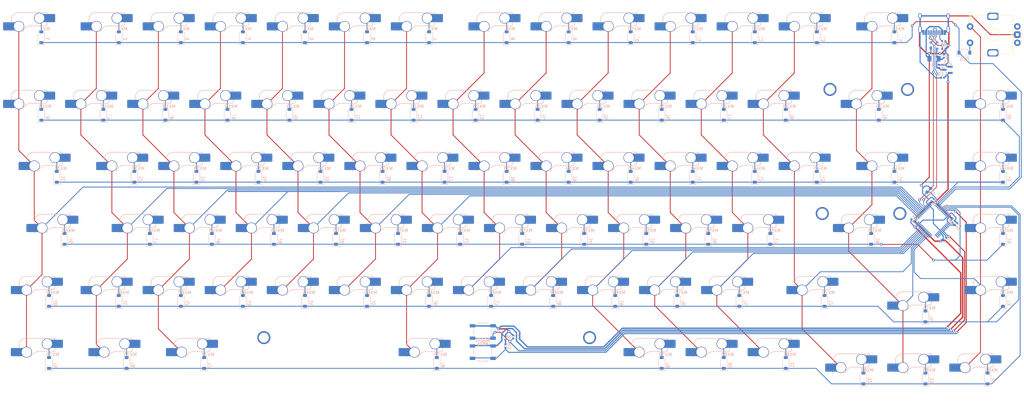
<source format=kicad_pcb>
(kicad_pcb (version 20240108) (generator "pcbnew") (generator_version "8.0")
  (layers (0 "F.Cu" signal) (31 "B.Cu" signal) (34 "B.Paste" user) (35 "F.Paste" user) (36 "B.SilkS" user "B.Silkscreen") (37 "F.SilkS" user "F.Silkscreen") (38 "B.Mask" user) (39 "F.Mask" user) (44 "Edge.Cuts" user))
  (net 0 "")
  (net 1 "+5V")
  (net 2 "GND")
  (net 3 "+3V3")
  (net 4 "NRST")
  (net 5 "VBUS")
  (net 6 "Net-(J1-CC1)")
  (net 8 "Net-(J1-CC2)")
  (net 10 "BOOT0")
  (net 11 "/C13")
  (net 12 "/C14")
  (net 13 "/C15")
  (net 14 "/F0")
  (net 15 "/F1")
  (net 16 "/B11")
  (net 17 "/B4")
  (net 18 "/A2")
  (net 19 "/A3")
  (net 20 "/B8")
  (net 21 "/A1")
  (net 22 "/A13")
  (net 23 "Net-(R3-Pad2)")
  (net 24 "/A0")
  (net 25 "D+")
  (net 26 "D-")
  (net 27 "Net-(D1-A)")
  (net 28 "Net-(D2-A)")
  (net 29 "Net-(D3-A)")
  (net 30 "Net-(D4-A)")
  (net 31 "Net-(D5-A)")
  (net 32 "Net-(D6-A)")
  (net 33 "Net-(D7-A)")
  (net 34 "Net-(D8-A)")
  (net 35 "Net-(D9-A)")
  (net 36 "Net-(D10-A)")
  (net 37 "Net-(D11-A)")
  (net 38 "Net-(D12-A)")
  (net 39 "Net-(D13-A)")
  (net 40 "Net-(D14-A)")
  (net 41 "Net-(D15-A)")
  (net 42 "Net-(D16-A)")
  (net 43 "Net-(D17-A)")
  (net 44 "Net-(D18-A)")
  (net 45 "Net-(D19-A)")
  (net 46 "Net-(D20-A)")
  (net 47 "Net-(D21-A)")
  (net 48 "Net-(D22-A)")
  (net 49 "Net-(D23-A)")
  (net 50 "Net-(D24-A)")
  (net 51 "Net-(D25-A)")
  (net 52 "Net-(D26-A)")
  (net 53 "Net-(D27-A)")
  (net 54 "Net-(D28-A)")
  (net 55 "Net-(D29-A)")
  (net 56 "Net-(D30-A)")
  (net 57 "Net-(D31-A)")
  (net 58 "Net-(D32-A)")
  (net 59 "Net-(D33-A)")
  (net 60 "Net-(D34-A)")
  (net 61 "Net-(D35-A)")
  (net 62 "Net-(D36-A)")
  (net 63 "Net-(D37-A)")
  (net 64 "Net-(D38-A)")
  (net 65 "Net-(D39-A)")
  (net 66 "Net-(D40-A)")
  (net 67 "Net-(D41-A)")
  (net 68 "Net-(D42-A)")
  (net 69 "Net-(D43-A)")
  (net 70 "Net-(D44-A)")
  (net 71 "Net-(D45-A)")
  (net 72 "Net-(D46-A)")
  (net 73 "Net-(D47-A)")
  (net 74 "Net-(D48-A)")
  (net 75 "Net-(D49-A)")
  (net 76 "Net-(D50-A)")
  (net 77 "Net-(D51-A)")
  (net 78 "Net-(D52-A)")
  (net 79 "Net-(D53-A)")
  (net 80 "Net-(D54-A)")
  (net 81 "Net-(D55-A)")
  (net 82 "Net-(D56-A)")
  (net 83 "Net-(D57-A)")
  (net 84 "Net-(D59-A)")
  (net 85 "Net-(D60-A)")
  (net 86 "Net-(D61-A)")
  (net 87 "Net-(D62-A)")
  (net 88 "Net-(D63-A)")
  (net 89 "Net-(D64-A)")
  (net 90 "Net-(D65-A)")
  (net 91 "Net-(D66-A)")
  (net 92 "Net-(D67-A)")
  (net 93 "Net-(D68-A)")
  (net 94 "Net-(D69-A)")
  (net 95 "Net-(D70-A)")
  (net 96 "Net-(D71-A)")
  (net 97 "Net-(D72-A)")
  (net 98 "Net-(D73-A)")
  (net 99 "Net-(D74-A)")
  (net 100 "Net-(D75-A)")
  (net 101 "Net-(D76-A)")
  (net 102 "Net-(D77-A)")
  (net 103 "Net-(D78-A)")
  (net 104 "Net-(D79-A)")
  (net 105 "Net-(D58-A)")
  (net 106 "Net-(D80-A)")
  (net 107 "Net-(D81-A)")
  (net 108 "Net-(D82-A)")
  (net 109 "Net-(D83-A)")
  (net 110 "Net-(D84-A)")
  (net 111 "row0")
  (net 112 "row1")
  (net 113 "row2")
  (net 114 "row3")
  (net 115 "row4")
  (net 116 "row5")
  (net 117 "col0")
  (net 118 "col1")
  (net 119 "col2")
  (net 120 "col3")
  (net 121 "col4")
  (net 122 "col5")
  (net 123 "col6")
  (net 124 "col7")
  (net 125 "col8")
  (net 126 "col9")
  (net 127 "col10")
  (net 128 "col11")
  (net 129 "col12")
  (net 130 "col13")
  (net 131 "col14")
  (net 132 "rot0")
  (net 133 "rot1")
  (net 134 "/B9")
  (footprint "PCM_marbastlib-mx:STAB_MX_P_6.25u" (layer "F.Cu") (at 143.970477 122.645725)
    (property "Reference" "S78" (hide yes))
    (property "Value" "MX_stab")
  )
  (footprint "PCM_marbastlib-mx:STAB_MX_P_2u" (layer "F.Cu") (at 279.701727 46.445725)
    (property "Reference" "S29" (hide yes))
    (property "Value" "MX_stab")
  )
  (footprint "PCM_marbastlib-mx:STAB_MX_P_2.25u" (layer "F.Cu") (at 277.320477 84.545725)
    (property "Reference" "S58" (hide yes))
    (property "Value" "MX_stab")
  )
  (footprint "PCM_marbastlib-various:ROT_Alps_EC11E-Switch" (layer "F.Cu") (at 317.801727 22.633225 90)
    (property "Reference" "SW1")
    (property "Value" "RotaryEncoder_Switch")
  )
  (footprint "Diode_SMD:D_SOD-123" (layer "B.Cu") (at 201.834852 104.389475 90)
    (property "Reference" "D69")
    (property "Value" "D_Small")
  )
  (footprint "Capacitor_SMD:C_0402_1005Metric" (layer "B.Cu") (at 302.326727 35.833225 180)
    (property "Reference" "C10")
    (property "Value" "1uF")
  )
  (footprint "Diode_SMD:D_SOD-123" (layer "B.Cu") (at 130.397352 66.289475 90)
    (property "Reference" "D36")
    (property "Value" "D_Small")
  )
  (footprint "PCM_marbastlib-mx:SW_MX_HS_CPG151101S11_1u" (layer "B.Cu") (at 222.551727 65.495725 180)
    (property "Reference" "MX41")
    (property "Value" "MX_SW_HS")
  )
  (footprint "Diode_SMD:D_SOD-123" (layer "B.Cu") (at 266.128602 104.389475 90)
    (property "Reference" "D72")
    (property "Value" "D_Small")
  )
  (footprint "PCM_marbastlib-mx:SW_MX_HS_CPG151101S11_1u" (layer "B.Cu") (at 203.501727 65.495725 180)
    (property "Reference" "MX40")
    (property "Value" "MX_SW_HS")
  )
  (footprint "Diode_SMD:D_SOD-123" (layer "B.Cu") (at 225.647352 23.426975 90)
    (property "Reference" "D11")
    (property "Value" "D_Small")
  )
  (footprint "Capacitor_SMD:C_0402_1005Metric" (layer "B.Cu") (at 170.526727 115.433225 90)
    (property "Reference" "C1")
    (property "Value" "100nF")
  )
  (footprint "PCM_marbastlib-mx:SW_MX_HS_CPG151101S11_1u" (layer "B.Cu") (at 284.464227 65.495725 180)
    (property "Reference" "MX44")
    (property "Value" "MX_SW_HS")
  )
  (footprint "Diode_SMD:D_SOD-123" (layer "B.Cu") (at 263.747352 23.426975 90)
    (property "Reference" "D13")
    (property "Value" "D_Small")
  )
  (footprint "Diode_SMD:D_SOD-123" (layer "B.Cu") (at 63.722352 47.239475 90)
    (property "Reference" "D18")
    (property "Value" "D_Small")
  )
  (footprint "Diode_SMD:D_SOD-123" (layer "B.Cu") (at 125.634852 104.389475 90)
    (property "Reference" "D65")
    (property "Value" "D_Small")
  )
  (footprint "Diode_SMD:D_SOD-123" (layer "B.Cu") (at 206.597352 66.289475 90)
    (property "Reference" "D40")
    (property "Value" "D_Small")
  )
  (footprint "PCM_marbastlib-mx:SW_MX_HS_CPG151101S11_1u" (layer "B.Cu") (at 184.451727 65.495725 180)
    (property "Reference" "MX39")
    (property "Value" "MX_SW_HS")
  )
  (footprint "PCM_marbastlib-mx:SW_MX_HS_CPG151101S11_1u" (layer "B.Cu") (at 170.164227 84.545725 180)
    (property "Reference" "MX53")
    (property "Value" "MX_SW_HS")
  )
  (footprint "Diode_SMD:D_SOD-123" (layer "B.Cu") (at 297.084852 128.201975 90)
    (property "Reference" "D83")
    (property "Value" "D_Small")
  )
  (footprint "PCM_marbastlib-mx:SW_MX_HS_CPG151101S11_1u" (layer "B.Cu") (at 79.676727 46.445725 180)
    (property "Reference" "MX19")
    (property "Value" "MX_SW_HS")
  )
  (footprint "Diode_SMD:D_SOD-123" (layer "B.Cu") (at 135.159852 85.339475 90)
    (property "Reference" "D51")
    (property "Value" "D_Small")
  )
  (footprint "Diode_SMD:D_SOD-123" (layer "B.Cu") (at 249.459852 85.339475 90)
    (property "Reference" "D57")
    (property "Value" "D_Small")
  )
  (footprint "Diode_SMD:D_SOD-123" (layer "B.Cu") (at 173.259852 85.339475 90)
    (property "Reference" "D53")
    (property "Value" "D_Small")
  )
  (footprint "PCM_marbastlib-mx:SW_MX_HS_CPG151101S11_1u" (layer "B.Cu") (at 232.076727 46.445725 180)
    (property "Reference" "MX27")
    (property "Value" "MX_SW_HS")
  )
  (footprint "PCM_marbastlib-mx:SW_MX_HS_CPG151101S11_1u" (layer "B.Cu") (at 227.314227 84.545725 180)
    (property "Reference" "MX56")
    (property "Value" "MX_SW_HS")
  )
  (footprint "PCM_marbastlib-mx:SW_MX_HS_CPG151101S11_1u" (layer "B.Cu") (at 198.739227 103.595725 180)
    (property "Reference" "MX69")
    (property "Value" "MX_SW_HS")
  )
  (footprint "Diode_SMD:D_SOD-123" (layer "B.Cu") (at 235.172352 47.239475 90)
    (property "Reference" "D27")
    (property "Value" "D_Small")
  )
  (footprint "Diode_SMD:D_SOD-123" (layer "B.Cu") (at 149.447352 66.289475 90)
    (property "Reference" "D37")
    (property "Value" "D_Small")
  )
  (footprint "Capacitor_SMD:C_0402_1005Metric" (layer "B.Cu") (at 302.726727 29.233225 90)
    (property "Reference" "C8")
    (property "Value" "100nF")
  )
  (footprint "Diode_SMD:D_SOD-123" (layer "B.Cu") (at 297.084852 109.151975 90)
    (property "Reference" "D74")
    (property "Value" "D_Small")
  )
  (footprint "PCM_marbastlib-mx:SW_MX_HS_CPG151101S11_1u" (layer "B.Cu") (at 60.626727 46.445725 180)
    (property "Reference" "MX18")
    (property "Value" "MX_SW_HS")
  )
  (footprint "PCM_marbastlib-mx:SW_MX_HS_CPG151101S11_1u" (layer "B.Cu") (at 141.589227 103.595725 180)
    (property "Reference" "MX66")
    (property "Value" "MX_SW_HS")
  )
  (footprint "PCM_marbastlib-mx:SW_MX_HS_CPG151101S11_1u" (layer "B.Cu") (at 41.576727 46.445725 180)
    (property "Reference" "MX17")
    (property "Value" "MX_SW_HS")
  )
  (footprint "Diode_SMD:D_SOD-123" (layer "B.Cu") (at 320.897352 85.339475 90)
    (property "Reference" "D59")
    (property "Value" "D_Small")
  )
  (footprint "Diode_SMD:D_SOD-123" (layer "B.Cu") (at 216.122352 47.239475 90)
    (property "Reference" "D26")
    (property "Value" "D_Small")
  )
  (footprint "PCM_marbastlib-mx:SW_MX_HS_CPG151101S11_1u" (layer "B.Cu") (at 274.939227 127.408225 180)
    (property "Reference" "MX82")
    (property "Value" "MX_SW_HS")
  )
  (footprint "Diode_SMD:D_SOD-123" (layer "B.Cu") (at 187.547352 23.426975 90)
    (property "Reference" "D9")
    (property "Value" "D_Small")
  )
  (footprint "Capacitor_SMD:C_0402_1005Metric" (layer "B.Cu") (at 303.126727 85.372636 45)
    (property "Reference" "C7")
    (property "Value" "100nF")
  )
  (footprint "Diode_SMD:D_SOD-123" (layer "B.Cu") (at 51.816102 123.439475 90)
    (property "Reference" "D76")
    (property "Value" "D_Small")
  )
  (footprint "Diode_SMD:D_SOD-123" (layer "B.Cu") (at 111.347352 66.289475 90)
    (property "Reference" "D35")
    (property "Value" "D_Small")
  )
  (footprint "PCM_marbastlib-mx:SW_MX_HS_CPG151101S11_1u" (layer "B.Cu") (at 313.039227 127.408225 180)
    (property "Reference" "MX84")
    (property "Value" "MX_SW_HS")
  )
  (footprint "PCM_marbastlib-mx:SW_MX_HS_CPG151101S11_1u" (layer "B.Cu") (at 284.464227 22.633225 180)
    (property "Reference" "MX14")
    (property "Value" "MX_SW_HS")
  )
  (footprint "Diode_SMD:D_SOD-123" (layer "B.Cu") (at 144.684852 104.389475 90)
    (property "Reference" "D66")
    (property "Value" "D_Small")
  )
  (footprint "Diode_SMD:D_SOD-123" (layer "B.Cu") (at 116.109852 85.339475 90)
    (property "Reference" "D50")
    (property "Value" "D_Small")
  )
  (footprint "PCM_marbastlib-mx:SW_MX_HS_CPG151101S11_1u" (layer "B.Cu") (at 293.989227 127.408225 180)
    (property "Reference" "MX83")
    (property "Value" "MX_SW_HS")
  )
  (footprint "Capacitor_SMD:C_0603_1608Metric" (layer "B.Cu") (at 298.126727 70.433225 45)
    (property "Reference" "C2")
    (property "Value" "10uF")
  )
  (footprint "PCM_marbastlib-mx:SW_MX_HS_CPG151101S11_1u" (layer "B.Cu") (at 317.801727 65.495725 180)
    (property "Reference" "MX45")
    (property "Value" "MX_SW_HS")
  )
  (footprint "PCM_marbastlib-mx:SW_MX_HS_CPG151101S11_1u" (layer "B.Cu") (at 213.026727 122.645725 180)
    (property "Reference" "MX79")
    (property "Value" "MX_SW_HS")
  )
  (footprint "Diode_SMD:D_SOD-123" (layer "B.Cu") (at 92.297352 66.289475 90)
    (property "Reference" "D34")
    (property "Value" "D_Small")
  )
  (footprint "Diode_SMD:D_SOD-123" (layer "B.Cu") (at 106.584852 104.389475 90)
    (property "Reference" "D64")
    (property "Value" "D_Small")
  )
  (footprint "Diode_SMD:D_SOD-123" (layer "B.Cu") (at 28.003602 104.389475 90)
    (property "Reference" "D60")
    (property "Value" "D_Small")
  )
  (footprint "Diode_SMD:D_SOD-123" (layer "B.Cu") (at 206.597352 23.426975 90)
    (property "Reference" "D10")
    (property "Value" "D_Small")
  )
  (footprint "Diode_SMD:D_SOD-123" (layer "B.Cu") (at 101.822352 47.239475 90)
    (property "Reference" "D20")
    (property "Value" "D_Small")
  )
  (footprint "Diode_SMD:D_SOD-123" (layer "B.Cu") (at 32.766102 85.339475 90)
    (property "Reference" "D46")
    (property "Value" "D_Small")
  )
  (footprint "PCM_marbastlib-mx:SW_MX_HS_CPG151101S11_1u" (layer "B.Cu") (at 293.989227 108.358225 180)
    (property "Reference" "MX74")
    (property "Value" "MX_SW_HS")
  )
  (footprint "Diode_SMD:D_SOD-123" (layer "B.Cu") (at 120.872352 47.239475 90)
    (property "Reference" "D21")
    (property "Value" "D_Small")
  )
  (footprint "Package_TO_SOT_SMD:SOT-143" (layer "B.Cu") (at 299.726727 25.983225)
    (property "Reference" "U2")
    (property "Value" "PRTR5V0U2X")
  )
  (footprint "Diode_SMD:D_SOD-123" (layer "B.Cu") (at 68.484852 104.389475 90)
    (property "Reference" "D62")
    (property "Value" "D_Small")
  )
  (footprint "PCM_marbastlib-mx:SW_MX_HS_CPG151101S11_1u" (layer "B.Cu") (at 132.064227 84.545725 180)
    (property "Reference" "MX51")
    (property "Value" "MX_SW_HS")
  )
  (footprint "PCM_marbastlib-various:USB_C_Receptacle_HRO_TYPE-C-31-M-12" (layer "B.Cu") (at 299.767204 17.949765)
    (property "Reference" "J1")
    (property "Value" "USB_C_Receptacle_USB2.0")
  )
  (footprint "PCM_marbastlib-mx:SW_MX_HS_CPG151101S11_1u" (layer "B.Cu") (at 260.651727 65.495725 180)
    (property "Reference" "MX43")
    (property "Value" "MX_SW_HS")
  )
  (footprint "Diode_SMD:D_SOD-123" (layer "B.Cu") (at 25.622352 23.426975 90)
    (property "Reference" "D1")
    (property "Value" "D_Small")
  )
  (footprint "Button_Switch_SMD:SW_SPST_TL3342" (layer "B.Cu") (at 161.176727 120.133225 180)
    (property "Reference" "BOOT1")
    (property "Value" "SW_SPST")
  )
  (footprint "Diode_SMD:D_SOD-123" (layer "B.Cu") (at 144.684852 23.426975 90)
    (property "Reference" "D7")
    (property "Value" "D_Small")
  )
  (footprint "Resistor_SMD:R_0402_1005Metric" (layer "B.Cu") (at 168.126727 118.256065 90)
    (property "Reference" "R3")
    (property "Value" "5.1k")
  )
  (footprint "Diode_SMD:D_SOD-123" (layer "B.Cu") (at 278.034852 128.201975 90)
    (property "Reference" "D82")
    (property "Value" "D_Small")
  )
  (footprint "Diode_SMD:D_SOD-123" (layer "B.Cu") (at 282.797352 47.239475 90)
    (property "Reference" "D29")
    (property "Value" "D_Small")
  )
  (footprint "Diode_SMD:D_SOD-123" (layer "B.Cu") (at 68.484852 23.426975 90)
    (property "Reference" "D3")
    (property "Value" "D_Small")
  )
  (footprint "PCM_marbastlib-mx:SW_MX_HS_CPG151101S11_1u" (layer "B.Cu") (at 24.907977 122.645725 180)
    (property "Reference" "MX75")
    (property "Value" "MX_SW_HS")
  )
  (footprint "Diode_SMD:D_SOD-123" (layer "B.Cu") (at 239.934852 104.389475 90)
    (property "Reference" "D71")
    (property "Value" "D_Small")
  )
  (footprint "Diode_SMD:D_SOD-123" (layer "B.Cu") (at 244.697352 66.289475 90)
    (property "Reference" "D42")
    (property "Value" "D_Small")
  )
  (footprint "Diode_SMD:D_SOD-123" (layer "B.Cu") (at 230.409852 85.339475 90)
    (property "Reference" "D56")
    (property "Value" "D_Small")
  )
  (footprint "Diode_SMD:D_SOD-123" (layer "B.Cu") (at 158.972352 47.239475 90)
    (property "Reference" "D23")
    (property "Value" "D_Small")
  )
  (footprint "Resistor_SMD:R_0402_1005Metric" (layer "B.Cu") (at 168.126727 115.829618 90)
    (property "Reference" "R4")
    (property "Value" "5.1k")
  )
  (footprint "PCM_marbastlib-mx:SW_MX_HS_CPG151101S11_1u" (layer "B.Cu") (at 103.489227 103.595725 180)
    (property "Reference" "MX64")
    (property "Value" "MX_SW_HS")
  )
  (footprint "PCM_marbastlib-mx:SW_MX_HS_CPG151101S11_1u" (layer "B.Cu") (at 241.601727 22.633225 180)
    (property "Reference" "MX12")
    (property "Value" "MX_SW_HS")
  )
  (footprint "Resistor_SMD:R_0402_1005Metric" (layer "B.Cu") (at 302.726727 27.033225 180)
    (property "Reference" "R1")
    (property "Value" "5.1k")
  )
  (footprint "PCM_marbastlib-mx:SW_MX_HS_CPG151101S11_1u" (layer "B.Cu") (at 103.489227 22.633225 180)
    (property "Reference" "MX5")
    (property "Value" "MX_SW_HS")
  )
  (footprint "PCM_marbastlib-mx:SW_MX_HS_CPG151101S11_1u" (layer "B.Cu") (at 203.501727 22.633225 180)
    (property "Reference" "MX10")
    (property "Value" "MX_SW_HS")
  )
  (footprint "Diode_SMD:D_SOD-123" (layer "B.Cu") (at 320.897352 104.389475 90)
    (property "Reference" "D73")
    (property "Value" "D_Small")
  )
  (footprint "Diode_SMD:D_SOD-123" (layer "B.Cu") (at 49.434852 23.426975 90)
    (property "Reference" "D2")
    (property "Value" "D_Small")
  )
  (footprint "Package_TO_SOT_SMD:SOT-23" (layer "B.Cu") (at 303.789227 33.433225 180)
    (property "Reference" "U3")
    (property "Value" "XC6206PxxxMR-Regulator_Linear")
  )
  (footprint "PCM_marbastlib-mx:SW_MX_HS_CPG151101S11_1u" (layer "B.Cu") (at 70.151727 65.495725 180)
    (property "Reference" "MX33")
    (property "Value" "MX_SW_HS")
  )
  (footprint "Diode_SMD:D_SOD-123" (layer "B.Cu") (at 182.784852 104.389475 90)
    (property "Reference" "D68")
    (property "Value" "D_Small")
  )
  (footprint "PCM_marbastlib-mx:SW_MX_HS_CPG151101S11_1u" (layer "B.Cu") (at 93.964227 84.545725 180)
    (property "Reference" "MX49")
    (property "Value" "MX_SW_HS")
  )
  (footprint "Diode_SMD:D_SOD-123" (layer "B.Cu") (at 139.922352 47.239475 90)
    (property "Reference" "D22")
    (property "Value" "D_Small")
  )
  (footprint "Diode_SMD:D_SOD-123" (layer "B.Cu") (at 178.022352 47.239475 90)
    (property "Reference" "D24")
    (property "Value" "D_Small")
  )
  (footprint "Diode_SMD:D_SOD-123" (layer "B.Cu") (at 154.209852 85.339475 90)
    (property "Reference" "D52")
    (property "Value" "D_Small")
  )
  (footprint "PCM_marbastlib-mx:SW_MX_HS_CPG151101S11_1u" (layer "B.Cu") (at 251.126727 46.445725 180)
    (property "Reference" "MX28")
    (property "Value" "MX_SW_HS")
  )
  (footprint "PCM_marbastlib-mx:SW_MX_HS_CPG151101S11_1u" (layer "B.Cu") (at 46.339227 22.633225 180)
    (property "Reference" "MX2")
    (property "Value" "MX_SW_HS")
  )
  (footprint "PCM_marbastlib-mx:SW_MX_HS_CPG151101S11_1u" (layer "B.Cu") (at 251.126727 122.645725 180)
    (property "Reference" "MX81")
    (property "Value" "MX_SW_HS")
  )
  (footprint "PCM_marbastlib-mx:SW_MX_HS_CPG151101S11_1u" (layer "B.Cu") (at 89.201727 65.495725 180)
    (property "Reference" "MX34")
    (property "Value" "MX_SW_HS")
  )
  (footprint "Diode_SMD:D_SOD-123" (layer "B.Cu") (at 73.247352 66.289475 90)
    (property "Reference" "D33")
    (property "Value" "D_Small")
  )
  (footprint "Diode_SMD:D_SOD-123" (layer "B.Cu") (at 263.747352 66.289475 90)
    (property "Reference" "D43")
    (property "Value" "D_Small")
  )
  (footprint "Diode_SMD:D_SOD-123" (layer "B.Cu") (at 211.359852 85.339475 90)
    (property "Reference" "D55")
    (property "Value" "D_Small")
  )
  (footprint "PCM_marbastlib-mx:SW_MX_HS_CPG151101S11_1u" (layer "B.Cu") (at 117.776727 46.445725 180)
    (property "Reference" "MX21")
    (property "Value" "MX_SW_HS")
  )
  (footprint "Diode_SMD:D_SOD-123" (layer "B.Cu") (at 87.534852 23.426975 90)
    (property "Reference" "D4")
    (property "Value" "D_Small")
  )
  (footprint "Diode_SMD:D_SOD-123" (layer "B.Cu") (at 309.070477 28.189475)
    (property "Reference" "D15")
    (property "Value" "D_Small")
  )
  (footprint "Diode_SMD:D_SOD-123" (layer "B.Cu") (at 168.497352 23.426975 90)
    (property "Reference" "D8")
    (property "Value" "D_Small")
  )
  (footprint "PCM_marbastlib-mx:SW_MX_HS_CPG151101S11_1u" (layer "B.Cu") (at 213.026727 46.445725 180)
    (property "Reference" "MX26")
    (property "Value" "MX_SW_HS")
  )
  (footprint "PCM_marbastlib-mx:SW_MX_HS_CPG151101S11_1u" (layer "B.Cu") (at 174.926727 46.445725 180)
    (property "Reference" "MX24")
    (property "Value" "MX_SW_HS")
  )
  (footprint "Diode_SMD:D_SOD-123" (layer "B.Cu") (at 44.672352 47.239475 90)
    (property "Reference" "D17")
    (property "Value" "D_Small")
  )
  (footprint "Diode_SMD:D_SOD-123" (layer "B.Cu") (at 78.009852 85.339475 90)
    (property "Reference" "D48")
    (property "Value" "D_Small")
  )
  (footprint "Capacitor_SMD:C_0402_1005Metric" (layer "B.Cu") (at 301.206727 32.353225 90)
    (property "Reference" "C9")
    (property "Value" "1uF")
  )
  (footprint "PCM_marbastlib-mx:SW_MX_HS_CPG151101S11_1u" (layer "B.Cu") (at 22.526727 46.445725 180)
    (property "Reference" "MX16")
    (property "Value" "MX_SW_HS")
  )
  (footprint "Diode_SMD:D_SOD-123" (layer "B.Cu") (at 280.416102 85.339475 90)
    (property "Reference" "D58")
    (property "Value" "D_Small")
  )
  (footprint "PCM_marbastlib-mx:SW_MX_HS_CPG151101S11_1u" (layer "B.Cu") (at 155.876727 46.445725 180)
    (property "Reference" "MX23")
    (property "Value" "MX_SW_HS")
  )
  (footprint "PCM_marbastlib-mx:SW_MX_HS_CPG151101S11_1u" (layer "B.Cu") (at 317.801727 46.445725 180)
    (property "Reference" "MX30")
    (property "Value" "MX_SW_HS")
  )
  (footprint "PCM_marbastlib-mx:SW_MX_HS_CPG151101S11_1u" (layer "B.Cu") (at 46.339227 103.595725 180)
    (property "Reference" "MX61")
    (property "Value" "MX_SW_HS")
  )
  (footprint "PCM_marbastlib-mx:SW_MX_HS_CPG151101S11_1u" (layer "B.Cu") (at 108.251727 65.495725 180)
    (property "Reference" "MX35")
    (property "Value" "MX_SW_HS")
  )
  (footprint "PCM_marbastlib-mx:SW_MX_HS_CPG151101S11_1u" (layer "B.Cu") (at 260.651727 22.633225 180)
    (property "Reference" "MX13")
    (property "Value" "MX_SW_HS")
  )
  (footprint "Diode_SMD:D_SOD-123" (layer "B.Cu") (at 28.003602 123.439475 90)
    (property "Reference" "D75")
    (property "Value" "D_Small")
  )
  (footprint "PCM_marbastlib-mx:SW_MX_HS_CPG151101S11_1u" (layer "B.Cu") (at 122.539227 103.595725 180)
    (property "Reference" "MX65")
    (property "Value" "MX_SW_HS")
  )
  (footprint "Diode_SMD:D_SOD-123" (layer "B.Cu") (at 320.897352 47.239475 90)
    (property "Reference" "D30")
    (property "Value" "D_Small")
  )
  (footprint "PCM_marbastlib-mx:SW_MX_HS_CPG151101S11_1u" (layer "B.Cu") (at 317.801727 84.545725 180)
    (property "Reference" "MX59")
    (property "Value" "MX_SW_HS")
  )
  (footprint "Fuse:Fuse_1206_3216Metric" (layer "B.Cu") (at 299.726727 30.033225)
    (property "Reference" "F1")
    (property "Value" "500mA")
  )
  (footprint "PCM_marbastlib-mx:SW_MX_HS_CPG151101S11_1u" (layer "B.Cu") (at 263.032977 103.595725 180)
    (property "Reference" "MX72")
    (property "Value" "MX_SW_HS")
  )
  (footprint "Diode_SMD:D_SOD-123" (layer "B.Cu") (at 254.222352 123.439475 90)
    (property "Reference" "D81")
    (property "Value" "D_Small")
  )
  (footprint "Diode_SMD:D_SOD-123" (layer "B.Cu") (at 316.134852 128.201975 90)
    (property "Reference" "D84")
    (property "Value" "D_Small")
  )
  (footprint "PCM_marbastlib-mx:SW_MX_HS_CPG151101S11_1u" (layer "B.Cu") (at 246.364227 84.545725 180)
    (property "Reference" "MX57")
    (property "Value" "MX_SW_HS")
  )
  (footprint "PCM_marbastlib-mx:SW_MX_HS_CPG151101S11_1u" (layer "B.Cu") (at 217.789227 103.595725 180)
    (property "Reference" "MX70")
    (property "Value" "MX_SW_HS")
  )
  (footprint "Diode_SMD:D_SOD-123" (layer "B.Cu") (at 163.734852 104.389475 90)
    (property "Reference" "D67")
    (property "Value" "D_Small")
  )
  (footprint "Diode_SMD:D_SOD-123" (layer "B.Cu") (at 320.897352 66.289475 90)
    (property "Reference" "D45")
    (property "Value" "D_Small")
  )
  (footprint "Button_Switch_SMD:SW_SPST_TL3342" (layer "B.Cu") (at 161.176728 113.933225)
    (property "Reference" "RST1")
    (property "Value" "SW_SPST")
  )
  (footprint "PCM_marbastlib-mx:SW_MX_HS_CPG151101S11_1u" (layer "B.Cu") (at 84.439227 22.633225 180)
    (property "Reference" "MX4")
    (property "Value" "MX_SW_HS")
  )
  (footprint "Diode_SMD:D_SOD-123" (layer "B.Cu") (at 75.628602 123.439475 90)
    (property "Reference" "D77")
    (property "Value" "D_Small")
  )
  (footprint "PCM_marbastlib-mx:SW_MX_HS_CPG151101S11_1u" (layer "B.Cu") (at 65.389227 22.633225 180)
    (property "Reference" "MX3")
    (property "Value" "MX_SW_HS")
  )
  (footprint "Diode_SMD:D_SOD-123" (layer "B.Cu") (at 244.697352 23.426975 90)
    (property "Reference" "D12")
    (property "Value" "D_Small")
  )
  (footprint "PCM_marbastlib-mx:SW_MX_HS_CPG151101S11_1u" (layer "B.Cu") (at 72.532977 122.645725 180)
    (property "Reference" "MX77")
    (property "Value" "MX_SW_HS")
  )
  (footprint "PCM_marbastlib-mx:SW_MX_HS_CPG151101S11_1u" (layer "B.Cu") (at 179.689227 103.595725 180)
    (property "Reference" "MX68")
    (property "Value" "MX_SW_HS")
  )
  (footprint "PCM_marbastlib-mx:SW_MX_HS_CPG151101S11_1u" (layer "B.Cu") (at 51.101727 65.495725 180)
    (property "Reference" "MX32")
    (property "Value" "MX_SW_HS")
  )
  (footprint "PCM_marbastlib-mx:SW_MX_HS_CPG151101S11_1u" (layer "B.Cu") (at 184.451727 22.633225 180)
    (property "Reference" "MX9")
    (property "Value" "MX_SW_HS")
  )
  (footprint "PCM_marbastlib-mx:SW_MX_HS_CPG151101S11_1u" (layer "B.Cu") (at 98.726727 46.445725 180)
    (property "Reference" "MX20")
    (property "Value" "MX_SW_HS")
  )
  (footprint "PCM_marbastlib-mx:SW_MX_HS_CPG151101S11_1u" (layer "B.Cu") (at 55.864227 84.545725 180)
    (property "Reference" "MX47")
    (property "Value" "MX_SW_HS")
  )
  (footprint "PCM_marbastlib-mx:SW_MX_HS_CPG151101S11_1u" (layer "B.Cu") (at 279.701727 46.445725 180)
    (property "Reference" "MX29")
    (property "Value" "MX_SW_HS")
  )
  (footprint "PCM_marbastlib-mx:SW_MX_HS_CPG151101S11_1u" (layer "B.Cu") (at 222.551727 22.633225 180)
    (property "Reference" "MX11")
    (property "Value" "MX_SW_HS")
  )
  (footprint "Diode_SMD:D_SOD-123" (layer "B.Cu") (at 197.072352 47.239475 90)
    (property "Reference" "D25")
    (property "Value" "D_Small")
  )
  (footprint "PCM_marbastlib-mx:SW_MX_HS_CPG151101S11_1u" (layer "B.Cu") (at 143.970477 122.645725 180)
    (property "Reference" "MX78")
    (property "Value" "MX_SW_HS")
  )
  (footprint "Capacitor_SMD:C_0402_1005Metric" (layer "B.Cu") (at 299.326727 73.433225 45)
    (property "Reference" "C3")
    (property "Value" "100nF")
  )
  (footprint "Diode_SMD:D_SOD-123" (layer "B.Cu") (at 225.647352 66.289475 90)
    (property "Reference" "D41")
    (property "Value" "D_Small")
  )
  (footprint "PCM_marbastlib-mx:SW_MX_HS_CPG151101S11_1u" (layer "B.Cu") (at 165.401727 22.633225 180)
    (property "Reference" "MX8")
    (property "Value" "MX_SW_HS")
  )
  (footprint "PCM_marbastlib-mx:SW_MX_HS_CPG151101S11_1u" (layer "B.Cu") (at 146.351727 65.495725 180)
    (property "Reference" "MX37")
    (property "Value" "MX_SW_HS")
  )
  (footprint "PCM_marbastlib-mx:SW_MX_HS_CPG151101S11_1u" (layer "B.Cu") (at 127.301727 65.495725 180)
    (property "Reference" "MX36")
    (property "Value" "MX_SW_HS")
  )
  (footprint "PCM_marbastlib-mx:SW_MX_HS_CPG151101S11_1u" (layer "B.Cu") (at 232.076727 122.645725 180)
    (property "Reference" "MX80")
    (property "Value" "MX_SW_HS")
  )
  (footprint "PCM_marbastlib-mx:SW_MX_HS_CPG151101S11_1u" (layer "B.Cu") (at 277.320477 84.545725 180)
    (property "Reference" "MX58")
    (property "Value" "MX_SW_HS")
  )
  (footprint "PCM_marbastlib-mx:SW_MX_HS_CPG151101S11_1u" (layer "B.Cu") (at 189.214227 84.545725 180)
    (property "Reference" "MX54")
    (property "Value" "MX_SW_HS")
  )
  (footprint "Diode_SMD:D_SOD-123" (layer "B.Cu") (at 192.309852 85.339475 90)
    (property "Reference" "D54")
    (property "Value" "D_Small")
  )
  (footprint "Diode_SMD:D_SOD-123" (layer "B.Cu") (at 54.197352 66.289475 90)
    (property "Reference" "D32")
    (property "Value" "D_Small")
  )
  (footprint "Diode_SMD:D_SOD-123" (layer "B.Cu") (at 235.172352 123.439475 90)
    (property "Reference" "D80")
    (property "Value" "D_Small")
  )
  (footprint "PCM_marbastlib-mx:SW_MX_HS_CPG151101S11_1u" (layer "B.Cu") (at 160.639227 103.595725 180)
    (property "Reference" "MX67")
    (property "Value" "MX_SW_HS")
  )
  (footprint "Capacitor_SMD:C_0402_1005Metric" (layer "B.Cu") (at 293.126727 79.633225 135)
    (property "Reference" "C4")
    (property "Value" "100nF")
  )
  (footprint "PCM_marbastlib-mx:SW_MX_HS_CPG151101S11_1u" (layer "B.Cu") (at 236.839227 103.595725 180)
    (property "Reference" "MX71")
    (property "Value" "MX_SW_HS")
  )
  (footprint "PCM_marbastlib-mx:SW_MX_HS_CPG151101S11_1u" (layer "B.Cu") (at 193.976727 46.445725 180)
    (property "Reference" "MX25")
    (property "Value" "MX_SW_HS")
  )
  (footprint "PCM_marbastlib-mx:SW_MX_HS_CPG151101S11_1u" (layer "B.Cu") (at 241.601727 65.495725 180)
    (property "Reference" "MX42")
    (property "Value" "MX_SW_HS")
  )
  (footprint "Diode_SMD:D_SOD-123" (layer "B.Cu") (at 30.384852 66.289475 90)
    (property "Reference" "D31")
    (property "Value" "D_Small")
  )
  (footprint "PCM_marbastlib-mx:SW_MX_HS_CPG151101S11_1u" (layer "B.Cu") (at 136.826727 46.445725 180)
    (property "Reference" "MX22")
    (property "Value" "MX_SW_HS")
  )
  (footprint "PCM_marbastlib-mx:SW_MX_HS_CPG151101S11_1u" (layer "B.Cu") (at 122.539227 22.633225 180)
    (property "Reference" "MX6")
    (property "Value" "MX_SW_HS")
  )
  (footprint "Diode_SMD:D_SOD-123" (layer "B.Cu") (at 87.534852 104.389475 90)
    (property "Reference" "D63")
    (property "Value" "D_Small")
  )
  (footprint "Diode_SMD:D_SOD-123" (layer "B.Cu") (at 82.772352 47.239475 90)
    (property "Reference" "D19")
    (property "Value" "D_Small")
  )
  (footprint "Diode_SMD:D_SOD-123" (layer "B.Cu") (at 49.434852 104.389475 90)
    (property "Reference" "D61")
    (property "Value" "D_Small")
  )
  (footprint "Diode_SMD:D_SOD-123" (layer "B.Cu") (at 254.222352 47.239475 90)
    (property "Reference" "D28")
    (property "Value" "D_Small")
  )
  (footprint "PCM_marbastlib-mx:SW_MX_HS_CPG151101S11_1u" (layer "B.Cu") (at 24.907977 103.595725 180)
    (property "Reference" "MX60")
    (property "Value" "MX_SW_HS")
  )
  (footprint "PCM_marbastlib-mx:SW_MX_HS_CPG151101S11_1u" (layer "B.Cu") (at 27.289227 65.495725 180)
    (property "Reference" "MX31")
    (property "Value" "MX_SW_HS")
  )
  (footprint "Resistor_SMD:R_0402_1005Metric" (layer "B.Cu") (at 302.726727 24.633225)
    (property "Reference" "R2")
    (property "Value" "5.1k")
  )
  (footprint "PCM_marbastlib-mx:SW_MX_HS_CPG151101S11_1u" (layer "B.Cu") (at 208.264227 84.545725 180)
    (property "Reference" "MX55")
    (property "Value" "MX_SW_HS")
  )
  (footprint "PCM_marbastlib-mx:SW_MX_HS_CPG151101S11_1u" (layer "B.Cu") (at 65.389227 103.595725 180)
    (property "Reference" "MX62")
    (property "Value" "MX_SW_HS")
  )
  (footprint "Diode_SMD:D_SOD-123" (layer "B.Cu") (at 220.884852 104.389475 90)
    (property "Reference" "D70")
    (property "Value" "D_Small")
  )
  (footprint "Diode_SMD:D_SOD-123" (layer "B.Cu") (at 168.497352 66.289475 90)
    (property "Reference" "D38")
    (property "Value" "D_Small")
  )
  (footprint "PCM_marbastlib-mx:SW_MX_HS_CPG151101S11_1u" (layer "B.Cu") (at 151.114227 84.545725 180)
    (property "Reference" "MX52")
    (property "Value" "MX_SW_HS")
  )
  (footprint "Diode_SMD:D_SOD-123" (layer "B.Cu") (at 25.622352 47.239475 90)
    (property "Reference" "D16")
    (property "Value" "D_Small")
  )
  (footprint "PCM_marbastlib-mx:SW_MX_HS_CPG151101S11_1u" (layer "B.Cu") (at 84.439227 103.595725 180)
    (property "Reference" "MX63")
    (property "Value" "MX_SW_HS")
  )
  (footprint "Diode_SMD:D_SOD-123" (layer "B.Cu") (at 287.559852 66.289475 90)
    (property "Reference" "D44")
    (property "Value" "D_Small")
  )
  (footprint "PCM_marbastlib-mx:SW_MX_HS_CPG151101S11_1u" (layer "B.Cu") (at 74.914227 84.545725 180)
    (property "Reference" "MX48")
    (property "Value" "MX_SW_HS")
  )
  (footprint "PCM_marbastlib-mx:SW_MX_HS_CPG151101S11_1u" (layer "B.Cu") (at 48.720477 122.645725 180)
    (property "Reference" "MX76")
    (property "Value" "MX_SW_HS")
  )
  (footprint "Diode_SMD:D_SOD-123" (layer "B.Cu") (at 187.547352 66.289475 90)
    (property "Reference" "D39")
    (property "Value" "D_Small")
  )
  (footprint "PCM_marbastlib-mx:SW_MX_HS_CPG151101S11_1u" (layer "B.Cu") (at 113.014227 84.545725 180)
    (property "Reference" "MX50")
    (property "Value" "MX_SW_HS")
  )
  (footprint "Capacitor_SMD:C_0402_1005Metric" (layer "B.Cu") (at 305.726727 79.433225 -45)
    (property "Reference" "C5")
    (property "Value" "100nF")
  )
  (footprint "PCM_marbastlib-mx:SW_MX_HS_CPG151101S11_1u" (layer "B.Cu") (at 22.526727 22.633225 180)
    (property "Reference" "MX1")
    (property "Value" "MX_SW_HS")
  )
  (footprint "Diode_SMD:D_SOD-123" (layer "B.Cu") (at 97.059852 85.339475 90)
    (property "Reference" "D49")
    (property "Value" "D_Small")
  )
  (footprint "Diode_SMD:D_SOD-123" (layer "B.Cu") (at 287.559852 23.426975 90)
    (property "Reference" "D14")
    (property "Value" "D_Small")
  )
  (footprint "Diode_SMD:D_SOD-123" (layer "B.Cu") (at 125.634852 23.426975 90)
    (property "Reference" "D6")
    (property "Value" "D_Small")
  )
  (footprint "Package_QFP:LQFP-48_7x7mm_P0.5mm" (layer "B.Cu") (at 299.536566 79.580868 135)
    (property "Reference" "U1")
    (property "Value" "STM32F072CBT6")
  )
  (footprint "PCM_marbastlib-mx:SW_MX_HS_CPG151101S11_1u" (layer "B.Cu") (at 141.589227 22.633225 180)
    (property "Reference" "MX7")
    (property "Value" "MX_SW_HS")
  )
  (footprint "Diode_SMD:D_SOD-123" (layer "B.Cu") (at 106.584852 23.426975 90)
    (property "Reference" "D5")
    (property "Value" "D_Small")
  )
  (footprint "PCM_marbastlib-mx:SW_MX_HS_CPG151101S11_1u" (layer "B.Cu") (at 165.401727 65.495725 180)
    (property "Reference" "MX38")
    (property "Value" "MX_SW_HS")
  )
  (footprint "Diode_SMD:D_SOD-123" (layer "B.Cu") (at 147.066102 123.439475 90)
    (property "Reference" "D78")
    (property "Value" "D_Small")
  )
  (footprint "PCM_marbastlib-mx:SW_MX_HS_CPG151101S11_1u" (layer "B.Cu") (at 29.670477 84.545725 180)
    (property "Reference" "MX46")
    (property "Value" "MX_SW_HS")
  )
  (footprint "Diode_SMD:D_SOD-123" (layer "B.Cu") (at 216.122352 123.439475 90)
    (property "Reference" "D79")
    (property "Value" "D_Small")
  )
  (footprint "PCM_marbastlib-mx:SW_MX_HS_CPG151101S11_1u" (layer "B.Cu") (at 317.801727 103.595725 180)
    (property "Reference" "MX73")
    (property "Value" "MX_SW_HS")
  )
  (footprint "Capacitor_SMD:C_0402_1005Metric" (layer "B.Cu") (at 306.526727 80.833225 45)
    (property "Reference" "C6")
    (property "Value" "100nF")
  )
  (footprint "Diode_SMD:D_SOD-123" (layer "B.Cu") (at 58.959852 85.339475 90)
    (property "Reference" "D47")
    (property "Value" "D_Small")
  )
  (segment (start 302.256727 30.183224) (end 302.776727 29.663224) (width 0.4) (layer "B.Cu") (net 1))
  (segment (start 300.526727 32.683224) (end 300.526727 30.833224) (width 0.4) (layer "B.Cu") (net 1))
  (segment (start 303.089227 33.433225) (end 301.796727 33.433224) (width 0.4) (layer "B.Cu") (net 1))
  (segment (start 301.176727 30.183224) (end 302.256727 30.183224) (width 0.4) (layer "B.Cu") (net 1))
  (segment (start 300.526727 30.833224) (end 301.176727 30.183224) (width 0.4) (layer "B.Cu") (net 1))
  (segment (start 300.756727 32.913224) (end 300.526727 32.683224) (width 0.4) (layer "B.Cu") (net 1))
  (segment (start 300.526727 29.533224) (end 300.526727 27.133225) (width 0.4) (layer "B.Cu") (net 1))
  (segment (start 301.176727 30.183224) (end 300.526727 29.533224) (width 0.4) (layer "B.Cu") (net 1))
  (segment (start 301.796727 33.433224) (end 301.276727 32.913224) (width 0.4) (layer "B.Cu") (net 1))
  (segment (start 301.276727 32.913224) (end 300.756727 32.913224) (width 0.4) (layer "B.Cu") (net 1))
  (segment (start 325.301727 22.633225) (end 317.026727 22.633225) (width 0.3) (layer "F.Cu") (net 2))
  (segment (start 310.776727 16.883225) (end 310.776726 16.883224) (width 0.3) (layer "F.Cu") (net 2))
  (segment (start 298.276727 66.383225) (end 298.276727 28.433224) (width 0.3) (layer "F.Cu") (net 2))
  (segment (start 307.926727 108.233225) (end 307.926727 95.783225) (width 0.4) (layer "F.Cu") (net 2))
  (segment (start 168.453573 112.983224) (end 165.926727 112.983224) (width 0.4) (layer "F.Cu") (net 2))
  (segment (start 304.096727 21.063224) (end 304.276727 21.243224) (width 0.4) (layer "F.Cu") (net 2))
  (segment (start 307.926727 95.783225) (end 293.869872 81.72637) (width 0.4) (layer "F.Cu") (net 2))
  (segment (start 304.276727 21.243224) (end 304.276727 25.933224) (width 0.4) (layer "F.Cu") (net 2))
  (segment (start 297.526727 28.433224) (end 298.276727 28.433224) (width 0.4) (layer "F.Cu") (net 2))
  (segment (start 310.776726 16.883224) (end 304.096727 16.883224) (width 0.3) (layer "F.Cu") (net 2))
  (segment (start 295.776727 68.883225) (end 298.276727 66.383225) (width 0.3) (layer "F.Cu") (net 2))
  (segment (start 303.751727 112.408225) (end 307.926727 108.233225) (width 0.4) (layer "F.Cu") (net 2))
  (segment (start 301.526727 28.433224) (end 302.026727 28.433224) (width 0.4) (layer "F.Cu") (net 2))
  (segment (start 303.751727 112.583225) (end 303.751727 112.408225) (width 0.4) (layer "F.Cu") (net 2))
  (segment (start 317.026727 22.633225) (end 311.276727 16.883225) (width 0.3) (layer "F.Cu") (net 2))
  (segment (start 311.276727 16.883225) (end 310.776727 16.883225) (width 0.3) (layer "F.Cu") (net 2))
  (segment (start 295.276727 26.183224) (end 297.526727 28.433224) (width 0.4) (layer "F.Cu") (net 2))
  (segment (start 304.276727 25.933224) (end 304.276727 26.183224) (width 0.4) (layer "F.Cu") (net 2))
  (segment (start 298.276727 28.433224) (end 301.526727 28.433224) (width 0.4) (layer "F.Cu") (net 2))
  (segment (start 293.869872 81.72637) (end 293.869872 81.693886) (width 0.4) (layer "F.Cu") (net 2))
  (segment (start 295.276727 21.243224) (end 295.276727 26.183224) (width 0.4) (layer "F.Cu") (net 2))
  (segment (start 169.19015 113.719801) (end 168.453573 112.983224) (width 0.4) (layer "F.Cu") (net 2))
  (segment (start 304.276727 26.183224) (end 302.026727 28.433224) (width 0.4) (layer "F.Cu") (net 2))
  (via (at 303.751727 112.583225) (size 0.8) (drill 0.4) (layers "F.Cu" "B.Cu") (net 2))
  (via (at 301.526727 28.433224) (size 0.8) (drill 0.4) (layers "F.Cu" "B.Cu") (net 2))
  (via (at 165.926727 112.983224) (size 0.8) (drill 0.4) (layers "F.Cu" "B.Cu") (net 2))
  (via (at 169.19015 113.719801) (size 0.8) (drill 0.4) (layers "F.Cu" "B.Cu") (net 2))
  (via (at 304.276727 25.933224) (size 0.8) (drill 0.4) (layers "F.Cu" "B.Cu") (net 2))
  (via (at 298.276727 28.433224) (size 0.8) (drill 0.4) (layers "F.Cu" "B.Cu") (net 2))
  (via (at 293.869872 81.693886) (size 0.8) (drill 0.4) (layers "F.Cu" "B.Cu") (net 2))
  (via (at 295.776727 68.883225) (size 0.8) (drill 0.4) (layers "F.Cu" "B.Cu") (net 2))
  (segment (start 297.936005 69.107652) (end 298.660521 69.832169) (width 0.3) (layer "B.Cu") (net 2))
  (segment (start 303.286727 28.193225) (end 304.026727 28.933225) (width 0.4) (layer "B.Cu") (net 2))
  (segment (start 302.506727 28.433224) (end 302.776727 28.703225) (width 0.4) (layer "B.Cu") (net 2))
  (segment (start 303.026727 21.978224) (end 303.181727 21.978224) (width 0.4) (layer "B.Cu") (net 2))
  (segment (start 302.708706 79.572565) (end 304.061049 78.220224) (width 0.3) (layer "B.Cu") (net 2))
  (segment (start 296.481232 69.58773) (end 296.481232 69.607653) (width 0.3) (layer "B.Cu") (net 2))
  (segment (start 299.526726 76.390585) (end 299.526727 79.572565) (width 0.3) (layer "B.Cu") (net 2))
  (segment (start 292.632434 79.777626) (end 293.000131 79.409931) (width 0.3) (layer "B.Cu") (net 2))
  (segment (start 170.44015 114.969801) (end 169.19015 113.719801) (width 0.4) (layer "B.Cu") (net 2))
  (segment (start 306.05332 79.735199) (end 306.760429 80.442307) (width 0.4) (layer "B.Cu") (net 2))
  (segment (start 305.183581 77.451245) (end 306.421017 78.688682) (width 0.3) (layer "B.Cu") (net 2))
  (segment (start 296.981232 69.107653) (end 297.936005 69.107652) (width 0.3) (layer "B.Cu") (net 2))
  (segment (start 294.992405 80.924908) (end 294.223425 81.693886) (width 0.3) (layer "B.Cu") (net 2))
  (segment (start 304.026727 28.933225) (end 304.026727 31.203224) (width 0.4) (layer "B.Cu") (net 2))
  (segment (start 295.456727 21.063224) (end 296.371728 21.978224) (width 0.4) (layer "B.Cu") (net 2))
  (segment (start 293.869872 81.693886) (end 292.632435 80.456449) (width 0.3) (layer "B.Cu") (net 2))
  (segment (start 164.326727 112.083225) (end 158.026727 112.083225) (width 0.4) (layer "B.Cu") (net 2))
  (segment (start 296.231232 71.357653) (end 296.231232 69.857653) (width 0.3) (layer "B.Cu") (net 2))
  (segment (start 303.751727 112.583225) (end 303.551727 112.783225) (width 0.4) (layer "B.Cu") (net 2))
  (segment (start 299.526727 79.572565) (end 302.708706 79.572565) (width 0.3) (layer "B.Cu") (net 2))
  (segment (start 174.926727 118.533225) (end 172.526727 116.133225) (width 0.4) (layer "B.Cu") (net 2))
  (segment (start 306.421018 79.367504) (end 306.05332 79.735199) (width 0.3) (layer "B.Cu") (net 2))
  (segment (start 298.097347 73.223768) (end 298.642842 72.678274) (width 0.3) (layer "B.Cu") (net 2))
  (segment (start 168.176727 115.223224) (end 168.176727 114.733224) (width 0.4) (layer "B.Cu") (net 2))
  (segment (start 296.481232 69.607653) (end 296.981232 69.107653) (width 0.3) (layer "B.Cu") (net 2))
  (segment (start 198.263639 118.533225) (end 174.926727 118.533225) (width 0.4) (layer "B.Cu") (net 2))
  (segment (start 166.776727 112.133225) (end 166.626727 112.283225) (width 0.4) (layer "B.Cu") (net 2))
  (segment (start 294.992405 80.924908) (end 296.344745 79.572565) (width 0.3) (layer "B.Cu") (net 2))
  (segment (start 304.096727 21.063224) (end 304.096727 16.883223) (width 0.4) (layer "B.Cu") (net 2))
  (segment (start 304.276727 25.933224) (end 303.286727 24.943225) (width 0.4) (layer "B.Cu") (net 2))
  (segment (start 295.776727 68.883225) (end 296.481232 69.58773) (width 0.3) (layer "B.Cu") (net 2))
  (segment (start 165.926727 112.983224) (end 165.026727 112.083224) (width 0.4) (layer "B.Cu") (net 2))
  (segment (start 296.371728 21.978224) (end 296.526727 21.978224) (width 0.4) (layer "B.Cu") (net 2))
  (segment (start 296.231232 69.857653) (end 296.481232 69.607653) (width 0.3) (layer "B.Cu") (net 2))
  (segment (start 304.061049 78.220224) (end 304.830028 77.451246) (width 0.3) (layer "B.Cu") (net 2))
  (segment (start 297.405405 73.915712) (end 298.097347 73.223768) (width 0.3) (layer "B.Cu") (net 2))
  (segment (start 172.526727 113.883225) (end 170.776727 112.133225) (width 0.4) (layer "B.Cu") (net 2))
  (segment (start 297.405405 74.269264) (end 297.405405 73.915712) (width 0.3) (layer "B.Cu") (net 2))
  (segment (start 295.456727 16.883224) (end 295.456727 21.063224) (width 0.4) (layer "B.Cu") (net 2))
  (segment (start 303.286727 28.193225) (end 303.286727 27.183224) (width 0.4) (layer "B.Cu") (net 2))
  (segment (start 301.526727 28.433224) (end 302.506727 28.433224) (width 0.4) (layer "B.Cu") (net 2))
  (segment (start 304.830028 77.451246) (end 305.183581 77.451245) (width 0.3) (layer "B.Cu") (net 2))
  (segment (start 296.344745 79.572565) (end 299.526727 79.572565) (width 0.3) (layer "B.Cu") (net 2))
  (segment (start 298.174385 75.038243) (end 299.526726 76.390585) (width 0.3) (layer "B.Cu") (net 2))
  (segment (start 301.939727 83.046227) (end 299.526727 80.633225) (width 0.3) (layer "B.Cu") (net 2))
  (segment (start 204.013639 112.783225) (end 198.263639 118.533225) (width 0.4) (layer "B.Cu") (net 2))
  (segment (start 303.181727 21.978224) (end 304.096727 21.063224) (width 0.4) (layer "B.Cu") (net 2))
  (segment (start 303.466138 85.093814) (end 303.466138 84.973457) (width 0.4) (layer "B.Cu") (net 2))
  (segment (start 303.551727 112.783225) (end 204.013639 112.783225) (width 0.4) (layer "B.Cu") (net 2))
  (segment (start 303.806727 32.483224) (end 303.276727 31.953224) (width 0.4) (layer "B.Cu") (net 2))
  (segment (start 301.276727 31.953224) (end 303.276727 31.953224) (width 0.4) (layer "B.Cu") (net 2))
  (segment (start 172.526727 116.133225) (end 172.526727 113.883225) (width 0.4) (layer "B.Cu") (net 2))
  (segment (start 304.276727 25.933224) (end 303.286727 26.923224) (width 0.4) (layer "B.Cu") (net 2))
  (segment (start 294.223425 81.693886) (end 293.869872 81.693886) (width 0.3) (layer "B.Cu") (net 2))
  (segment (start 302.046727 35.933224) (end 300.266065 35.933224) (width 0.3) (layer "B.Cu") (net 2))
  (segment (start 166.626727 112.283225) (end 165.926727 112.983224) (width 0.4) (layer "B.Cu") (net 2))
  (segment (start 304.096727 16.883223) (end 295.456727 16.883224) (width 0.4) (layer "B.Cu") (net 2))
  (segment (start 170.776727 112.133225) (end 166.776727 112.133225) (width 0.4) (layer "B.Cu") (net 2))
  (segment (start 301.939727 83.046227) (end 303.382688 84.489188) (width 0.3) (layer "B.Cu") (net 2))
  (segment (start 165.026727 112.083224) (end 164.326727 112.083225) (width 0.4) (layer "B.Cu") (net 2))
  (segment (start 292.632435 80.456449) (end 292.632434 79.777626) (width 0.3) (layer "B.Cu") (net 2))
  (segment (start 302.776727 28.703225) (end 303.286727 28.193225) (width 0.4) (layer "B.Cu") (net 2))
  (segment (start 306.421017 78.688682) (end 306.421018 79.367504) (width 0.3) (layer "B.Cu") (net 2))
  (segment (start 303.382688 84.489188) (end 303.382689 84.890008) (width 0.3) (layer "B.Cu") (net 2))
  (segment (start 298.776727 27.933224) (end 298.776727 26.683224) (width 0.4) (layer "B.Cu") (net 2))
  (segment (start 298.642842 72.678274) (end 299.321666 72.678274) (width 0.3) (layer "B.Cu") (net 2))
  (segment (start 298.097347 73.223768) (end 296.231232 71.357653) (width 0.3) (layer "B.Cu") (net 2))
  (segment (start 168.176727 114.733224) (end 169.19015 113.719801) (width 0.4) (layer "B.Cu") (net 2))
  (segment (start 304.026727 31.203224) (end 303.276727 31.953224) (width 0.4) (layer "B.Cu") (net 2))
  (segment (start 298.174385 75.038243) (end 297.405405 74.269264) (width 0.3) (layer "B.Cu") (net 2))
  (segment (start 303.286727 24.943225) (end 303.286727 24.683224) (width 0.4) (layer "B.Cu") (net 2))
  (segment (start 303.466138 84.973457) (end 303.382689 84.890008) (width 0.4) (layer "B.Cu") (net 2))
  (segment (start 300.266065 35.933224) (end 295.456727 31.123886) (width 0.3) (layer "B.Cu") (net 2))
  (segment (start 299.526727 80.633225) (end 299.526727 79.572565) (width 0.3) (layer "B.Cu") (net 2))
  (segment (start 298.276727 28.433224) (end 298.776727 27.933224) (width 0.4) (layer "B.Cu") (net 2))
  (segment (start 304.964226 32.483224) (end 303.806727 32.483224) (width 0.4) (layer "B.Cu") (net 2))
  (segment (start 295.456727 31.123886) (end 295.456727 21.063224) (width 0.3) (layer "B.Cu") (net 2))
  (segment (start 299.321666 72.678274) (end 299.689361 73.04597) (width 0.3) (layer "B.Cu") (net 2))
  (segment (start 304.026727 37.133225) (end 304.026727 70.122817) (width 0.4) (layer "F.Cu") (net 3))
  (segment (start 308.526727 91.133225) (end 303.276727 85.883225) (width 0.4) (layer "F.Cu") (net 3))
  (segment (start 298.996396 74.092488) (end 298.466067 74.622817) (width 0.4) (layer "F.Cu") (net 3))
  (segment (start 301.876727 85.883225) (end 301.726727 86.033225) (width 0.4) (layer "F.Cu") (net 3))
  (segment (start 294.046649 80.153147) (end 294.046649 79.042235) (width 0.4) (layer "F.Cu") (net 3))
  (segment (start 300.057056 74.092488) (end 305.006803 79.042235) (width 0.4) (layer "F.Cu") (net 3))
  (segment (start 300.057056 74.092488) (end 298.996396 74.092488) (width 0.4) (layer "F.Cu") (net 3))
  (segment (start 308.526727 109.383225) (end 308.526727 91.133225) (width 0.4) (layer "F.Cu") (net 3))
  (segment (start 304.801727 113.108225) (end 308.526727 109.383225) (width 0.4) (layer "F.Cu") (net 3))
  (segment (start 294.046649 79.042235) (end 298.466067 74.622817) (width 0.4) (layer "F.Cu") (net 3))
  (segment (start 299.926727 86.033225) (end 294.046649 80.153147) (width 0.4) (layer "F.Cu") (net 3))
  (segment (start 303.276727 85.883225) (end 301.876727 85.883225) (width 0.4) (layer "F.Cu") (net 3))
  (segment (start 304.026727 70.122817) (end 300.057056 74.092488) (width 0.4) (layer "F.Cu") (net 3))
  (segment (start 305.006803 79.042235) (end 305.006803 80.102895) (width 0.4) (layer "F.Cu") (net 3))
  (segment (start 301.726727 86.033225) (end 299.926727 86.033225) (width 0.4) (layer "F.Cu") (net 3))
  (via (at 300.057056 74.092488) (size 0.8) (drill 0.4) (layers "F.Cu" "B.Cu") (net 3))
  (via (at 294.046649 79.042235) (size 0.8) (drill 0.4) (layers "F.Cu" "B.Cu") (net 3))
  (via (at 304.801727 113.108225) (size 0.8) (drill 0.4) (layers "F.Cu" "B.Cu") (net 3))
  (via (at 305.006803 80.102895) (size 0.8) (drill 0.4) (layers "F.Cu" "B.Cu") (net 3))
  (via (at 304.026727 37.133225) (size 0.8) (drill 0.4) (layers "F.Cu" "B.Cu") (net 3))
  (via (at 301.726727 86.033225) (size 0.8) (drill 0.4) (layers "F.Cu" "B.Cu") (net 3))
  (segment (start 164.326727 118.083224) (end 158.026727 118.083224) (width 0.4) (layer "B.Cu") (net 3))
  (segment (start 304.414601 78.573778) (end 303.769368 79.219011) (width 0.3) (layer "B.Cu") (net 3))
  (segment (start 300.376307 72.877319) (end 300.376307 73.773237) (width 0.25) (layer "B.Cu") (net 3))
  (segment (start 305.035087 80.102895) (end 306.081605 81.149413) (width 0.4) (layer "B.Cu") (net 3))
  (segment (start 294.638851 80.571354) (end 294.161554 80.571354) (width 0.3) (layer "B.Cu") (net 3))
  (segment (start 174.026727 119.133225) (end 171.526727 116.633225) (width 0.4) (layer "B.Cu") (net 3))
  (segment (start 305.006803 80.102895) (end 305.035087 80.102895) (width 0.4) (layer "B.Cu") (net 3))
  (segment (start 294.161554 80.571354) (end 293.678954 80.088753) (width 0.3) (layer "B.Cu") (net 3))
  (segment (start 304.526727 113.383225) (end 204.262167 113.383225) (width 0.4) (layer "B.Cu") (net 3))
  (segment (start 305.006802 79.424072) (end 305.3745 79.056377) (width 0.4) (layer "B.Cu") (net 3))
  (segment (start 300.057056 74.092488) (end 299.378232 74.092487) (width 0.4) (layer "B.Cu") (net 3))
  (segment (start 303.676727 35.033225) (end 303.006728 35.703224) (width 0.4) (layer "B.Cu") (net 3))
  (segment (start 167.026727 114.383225) (end 167.026727 116.633225) (width 0.4) (layer "B.Cu") (net 3))
  (segment (start 298.527938 74.207393) (end 299.010539 73.724792) (width 0.3) (layer "B.Cu") (net 3))
  (segment (start 198.512167 119.133225) (end 174.026727 119.133225) (width 0.4) (layer "B.Cu") (net 3))
  (segment (start 298.427174 70.928185) (end 300.376307 72.877319) (width 0.25) (layer "B.Cu") (net 3))
  (segment (start 299.378232 74.092487) (end 299.010539 73.724792) (width 0.4) (layer "B.Cu") (net 3))
  (segment (start 171.526727 116.633225) (end 171.526727 114.133225) (width 0.4) (layer "B.Cu") (net 3))
  (segment (start 294.046649 79.721058) (end 294.046649 79.042235) (width 0.4) (layer "B.Cu") (net 3))
  (segment (start 171.526727 114.133225) (end 170.276727 112.883225) (width 0.4) (layer "B.Cu") (net 3))
  (segment (start 303.769368 79.219011) (end 303.769368 79.926118) (width 0.3) (layer "B.Cu") (net 3))
  (segment (start 167.026727 116.633225) (end 165.576729 118.083223) (width 0.4) (layer "B.Cu") (net 3))
  (segment (start 165.576729 118.083223) (end 165.326726 118.083223) (width 0.4) (layer "B.Cu") (net 3))
  (segment (start 168.526727 112.883225) (end 167.026727 114.383225) (width 0.4) (layer "B.Cu") (net 3))
  (segment (start 170.276727 112.883225) (end 168.526727 112.883225) (width 0.4) (layer "B.Cu") (net 3))
  (segment (start 303.769368 79.926118) (end 304.414602 80.571354) (width 0.3) (layer "B.Cu") (net 3))
  (segment (start 305.3745 79.056377) (end 304.8919 78.573778) (width 0.3) (layer "B.Cu") (net 3))
  (segment (start 302.531931 85.396896) (end 302.703867 85.56883) (width 0.3) (layer "B.Cu") (net 3))
  (segment (start 204.262167 113.383225) (end 198.512167 119.133225) (width 0.4) (layer "B.Cu") (net 3))
  (segment (start 302.531929 84.345536) (end 302.531931 85.396896) (width 0.3) (layer "B.Cu") (net 3))
  (segment (start 302.191121 85.568831) (end 302.703866 85.568831) (width 0.4) (layer "B.Cu") (net 3))
  (segment (start 305.481232 81.149413) (end 304.992661 81.149413) (width 0.3) (layer "B.Cu") (net 3))
  (segment (start 304.026727 35.383225) (end 304.026727 37.133225) (width 0.4) (layer "B.Cu") (net 3))
  (segment (start 304.326727 34.383225) (end 303.676727 35.033225) (width 0.4) (layer "B.Cu") (net 3))
  (segment (start 306.081605 81.149413) (end 305.481232 81.149413) (width 0.3) (layer "B.Cu") (net 3))
  (segment (start 305.006803 80.102895) (end 305.006802 79.424072) (width 0.4) (layer "B.Cu") (net 3))
  (segment (start 304.8919 78.573778) (end 304.414601 78.573778) (width 0.3) (layer "B.Cu") (net 3))
  (segment (start 303.676727 35.033225) (end 304.026727 35.383225) (width 0.4) (layer "B.Cu") (net 3))
  (segment (start 165.326726 118.083223) (end 164.326727 118.083224) (width 0.4) (layer "B.Cu") (net 3))
  (segment (start 293.678954 80.088753) (end 294.046649 79.721058) (width 0.4) (layer "B.Cu") (net 3))
  (segment (start 301.726727 86.033225) (end 302.191121 85.568831) (width 0.4) (layer "B.Cu") (net 3))
  (segment (start 304.801727 113.108225) (end 304.526727 113.383225) (width 0.4) (layer "B.Cu") (net 3))
  (segment (start 297.564505 70.928185) (end 298.427174 70.928185) (width 0.25) (layer "B.Cu") (net 3))
  (segment (start 300.376307 73.773237) (end 300.057056 74.092488) (width 0.25) (layer "B.Cu") (net 3))
  (segment (start 304.992661 81.149413) (end 304.414602 80.571354) (width 0.3) (layer "B.Cu") (net 3))
  (segment (start 301.586175 83.399781) (end 302.531929 84.345536) (width 0.3) (layer "B.Cu") (net 3))
  (segment (start 298.527939 74.684689) (end 298.527938 74.207393) (width 0.3) (layer "B.Cu") (net 3))
  (segment (start 309.126727 110.222564) (end 309.126727 89.233225) (width 0.3) (layer "F.Cu") (net 4))
  (segment (start 304.561868 84.668366) (end 304.303479 84.668366) (width 0.3) (layer "F.Cu") (net 4))
  (segment (start 166.526728 113.983224) (end 169.476728 116.933224) (width 0.25) (layer "F.Cu") (net 4))
  (segment (start 305.721397 113.627894) (end 309.126727 110.222564) (width 0.3) (layer "F.Cu") (net 4))
  (segment (start 305.721396 113.627894) (end 305.721397 113.627894) (width 0.3) (layer "F.Cu") (net 4))
  (segment (start 309.126727 89.233225) (end 304.561868 84.668366) (width 0.3) (layer "F.Cu") (net 4))
  (segment (start 164.926728 113.983224) (end 166.526728 113.983224) (width 0.25) (layer "F.Cu") (net 4))
  (via (at 304.303479 84.668366) (size 0.8) (drill 0.4) (layers "F.Cu" "B.Cu") (net 4))
  (via (at 164.926728 113.983224) (size 0.8) (drill 0.4) (layers "F.Cu" "B.Cu") (net 4))
  (via (at 305.721396 113.627894) (size 0.8) (drill 0.4) (layers "F.Cu" "B.Cu") (net 4))
  (via (at 169.476728 116.933224) (size 0.8) (drill 0.4) (layers "F.Cu" "B.Cu") (net 4))
  (segment (start 164.326727 114.583225) (end 164.926728 113.983224) (width 0.25) (layer "B.Cu") (net 4))
  (segment (start 304.303479 84.668366) (end 304.268974 84.668366) (width 0.3) (layer "B.Cu") (net 4))
  (segment (start 305.721396 113.627894) (end 305.416065 113.933225) (width 0.3) (layer "B.Cu") (net 4))
  (segment (start 204.489985 113.933225) (end 198.739985 119.683225) (width 0.3) (layer "B.Cu") (net 4))
  (segment (start 170.440151 115.949801) (end 169.476728 116.913224) (width 0.25) (layer "B.Cu") (net 4))
  (segment (start 304.268974 84.668366) (end 302.293282 82.692674) (width 0.3) (layer "B.Cu") (net 4))
  (segment (start 169.476728 116.913224) (end 169.476728 116.933224) (width 0.25) (layer "B.Cu") (net 4))
  (segment (start 172.226729 119.683225) (end 169.476728 116.933224) (width 0.3) (layer "B.Cu") (net 4))
  (segment (start 305.416065 113.933225) (end 204.489985 113.933225) (width 0.3) (layer "B.Cu") (net 4))
  (segment (start 198.739985 119.683225) (end 172.226729 119.683225) (width 0.3) (layer "B.Cu") (net 4))
  (segment (start 164.326727 115.883223) (end 158.026727 115.883224) (width 0.25) (layer "B.Cu") (net 4))
  (segment (start 164.326727 115.883223) (end 164.326727 114.583225) (width 0.25) (layer "B.Cu") (net 4))
  (segment (start 301.224894 20.183224) (end 298.332744 20.183224) (width 0.4) (layer "B.Cu") (net 5))
  (segment (start 298.332744 20.183224) (end 297.326728 21.18924) (width 0.4) (layer "B.Cu") (net 5))
  (segment (start 302.226727 21.18924) (end 301.224894 20.187407) (width 0.4) (layer "B.Cu") (net 5))
  (segment (start 297.326728 29.133224) (end 298.376727 30.183224) (width 0.35) (layer "B.Cu") (net 5))
  (segment (start 302.226727 21.978224) (end 302.226727 21.18924) (width 0.4) (layer "B.Cu") (net 5))
  (segment (start 301.224894 20.187407) (end 301.224894 20.183224) (width 0.4) (layer "B.Cu") (net 5))
  (segment (start 297.326728 21.18924) (end 297.326728 21.978224) (width 0.4) (layer "B.Cu") (net 5))
  (segment (start 297.326728 21.978224) (end 297.326728 29.133224) (width 0.35) (layer "B.Cu") (net 5))
  (segment (start 302.276726 25.933224) (end 300.776727 25.933224) (width 0.25) (layer "F.Cu") (net 6))
  (segment (start 300.776727 25.933224) (end 298.526727 23.683224) (width 0.25) (layer "F.Cu") (net 6))
  (via (at 298.526727 23.683224) (size 0.8) (drill 0.4) (layers "F.Cu" "B.Cu") (net 6))
  (via (at 302.276726 25.933224) (size 0.8) (drill 0.4) (layers "F.Cu" "B.Cu") (net 6))
  (segment (start 302.266726 25.943224) (end 302.276726 25.933224) (width 0.25) (layer "B.Cu") (net 6))
  (segment (start 302.266727 27.183224) (end 302.266726 25.943224) (width 0.25) (layer "B.Cu") (net 6))
  (segment (start 298.526727 23.683224) (end 298.526727 21.978224) (width 0.25) (layer "B.Cu") (net 6))
  (segment (start 301.526727 21.978224) (end 301.526727 23.943224) (width 0.25) (layer "B.Cu") (net 8))
  (segment (start 301.526727 23.943224) (end 302.266727 24.683224) (width 0.25) (layer "B.Cu") (net 8))
  (segment (start 309.626727 111.033225) (end 309.626727 80.233225) (width 0.3) (layer "F.Cu") (net 10))
  (segment (start 306.726727 113.933225) (end 309.626727 111.033225) (width 0.3) (layer "F.Cu") (net 10))
  (segment (start 306.726727 114.033225) (end 306.726727 113.933225) (width 0.3) (layer "F.Cu") (net 10))
  (segment (start 309.626727 80.233225) (end 306.276727 76.883225) (width 0.3) (layer "F.Cu") (net 10))
  (via (at 306.276727 76.883225) (size 0.8) (drill 0.4) (layers "F.Cu" "B.Cu") (net 10))
  (via (at 306.726727 114.033225) (size 0.8) (drill 0.4) (layers "F.Cu" "B.Cu") (net 10))
  (segment (start 306.726727 114.033225) (end 306.326727 114.433225) (width 0.3) (layer "B.Cu") (net 10))
  (segment (start 303.000389 77.159563) (end 303.594797 76.565155) (width 0.3) (layer "B.Cu") (net 10))
  (segment (start 198.947091 120.183225) (end 169.126728 120.183225) (width 0.3) (layer "B.Cu") (net 10))
  (segment (start 169.126728 120.183225) (end 168.176727 119.233224) (width 0.3) (layer "B.Cu") (net 10))
  (segment (start 303.594797 76.565155) (end 305.958657 76.565155) (width 0.3) (layer "B.Cu") (net 10))
  (segment (start 204.697091 114.433225) (end 198.947091 120.183225) (width 0.3) (layer "B.Cu") (net 10))
  (segment (start 164.326727 121.883224) (end 165.526727 121.883224) (width 0.25) (layer "B.Cu") (net 10))
  (segment (start 306.326727 114.433225) (end 204.697091 114.433225) (width 0.3) (layer "B.Cu") (net 10))
  (segment (start 167.676727 119.733226) (end 167.901727 119.508225) (width 0.25) (layer "B.Cu") (net 10))
  (segment (start 165.526727 121.883224) (end 167.676727 119.733226) (width 0.25) (layer "B.Cu") (net 10))
  (segment (start 167.901727 119.508225) (end 168.176727 119.233224) (width 0.25) (layer "B.Cu") (net 10))
  (segment (start 305.958657 76.565155) (end 306.276727 76.883225) (width 0.3) (layer "B.Cu") (net 10))
  (segment (start 168.176727 119.233224) (end 168.176727 118.743224) (width 0.25) (layer "B.Cu") (net 10))
  (segment (start 164.326727 121.883224) (end 158.026727 121.883224) (width 0.25) (layer "B.Cu") (net 10))
  (segment (start 168.176727 116.243224) (end 168.176727 117.723224) (width 0.4) (layer "B.Cu") (net 23))
  (segment (start 300.526727 34.633225) (end 300.526727 67.133225) (width 0.2) (layer "F.Cu") (net 25))
  (segment (start 300.526727 67.133225) (end 300.526727 69.383225) (width 0.2) (layer "F.Cu") (net 25))
  (segment (start 300.526727 69.383225) (end 296.526727 73.383225) (width 0.2) (layer "F.Cu") (net 25))
  (via (at 296.526727 73.383225) (size 0.8) (drill 0.4) (layers "F.Cu" "B.Cu") (net 25))
  (via (at 300.526727 34.633225) (size 0.8) (drill 0.4) (layers "F.Cu" "B.Cu") (net 25))
  (segment (start 300.526727 21.978224) (end 300.526727 23.183224) (width 0.2) (layer "B.Cu") (net 25))
  (segment (start 296.526727 73.383225) (end 296.526727 74.804799) (width 0.2) (layer "B.Cu") (net 25))
  (segment (start 300.276726 20.683224) (end 299.776727 20.683224) (width 0.2) (layer "B.Cu") (net 25))
  (segment (start 300.526727 23.183224) (end 300.026727 23.683224) (width 0.2) (layer "B.Cu") (net 25))
  (segment (start 300.526727 21.978224) (end 300.526727 20.933225) (width 0.2) (layer "B.Cu") (net 25))
  (segment (start 296.526727 74.804799) (end 297.467278 75.74535) (width 0.2) (layer "B.Cu") (net 25))
  (segment (start 300.776727 25.033224) (end 300.001727 25.808224) (width 0.2) (layer "B.Cu") (net 25))
  (segment (start 300.526727 20.933225) (end 300.276726 20.683224) (width 0.2) (layer "B.Cu") (net 25))
  (segment (start 300.026727 33.383225) (end 300.526727 33.883225) (width 0.2) (layer "B.Cu") (net 25))
  (segment (start 299.776727 20.683224) (end 299.526727 20.933224) (width 0.2) (layer "B.Cu") (net 25))
  (segment (start 300.001727 25.808224) (end 300.001727 33.383225) (width 0.2) (layer "B.Cu") (net 25))
  (segment (start 296.905407 75.183477) (end 297.467276 75.745349) (width 0.2) (layer "B.Cu") (net 25))
  (segment (start 299.526727 20.933224) (end 299.526727 21.978223) (width 0.2) (layer "B.Cu") (net 25))
  (segment (start 300.001727 33.383225) (end 300.026727 33.383225) (width 0.2) (layer "B.Cu") (net 25))
  (segment (start 300.526727 33.883225) (end 300.526727 34.633225) (width 0.2) (layer "B.Cu") (net 25))
  (segment (start 300.026727 23.683224) (end 300.026727 24.233224) (width 0.2) (layer "B.Cu") (net 25))
  (segment (start 300.026727 24.233224) (end 300.776727 24.983224) (width 0.2) (layer "B.Cu") (net 25))
  (segment (start 299.526727 69.133225) (end 295.276727 73.383225) (width 0.2) (layer "F.Cu") (net 26))
  (segment (start 299.526727 34.133225) (end 299.526727 69.133225) (width 0.2) (layer "F.Cu") (net 26))
  (via (at 299.526727 34.133225) (size 0.8) (drill 0.4) (layers "F.Cu" "B.Cu") (net 26))
  (via (at 295.276727 73.383225) (size 0.8) (drill 0.4) (layers "F.Cu" "B.Cu") (net 26))
  (segment (start 299.526727 24.233224) (end 299.526727 23.183224) (width 0.2) (layer "B.Cu") (net 26))
  (segment (start 295.276727 73.383225) (end 295.276727 74.261905) (width 0.2) (layer "B.Cu") (net 26))
  (segment (start 299.026727 22.933224) (end 299.026727 21.978224) (width 0.2) (layer "B.Cu") (net 26))
  (segment (start 299.276727 23.183224) (end 299.026727 22.933224) (width 0.2) (layer "B.Cu") (net 26))
  (segment (start 299.551727 25.808224) (end 299.551727 34.133225) (width 0.2) (layer "B.Cu") (net 26))
  (segment (start 299.526727 23.183224) (end 299.276727 23.183224) (width 0.2) (layer "B.Cu") (net 26))
  (segment (start 300.026727 21.978224) (end 300.026727 22.933224) (width 0.2) (layer "B.Cu") (net 26))
  (segment (start 299.776727 23.183224) (end 299.526727 23.183224) (width 0.2) (layer "B.Cu") (net 26))
  (segment (start 300.026727 22.933224) (end 299.776727 23.183224) (width 0.2) (layer "B.Cu") (net 26))
  (segment (start 295.276727 74.261905) (end 297.113725 76.098903) (width 0.2) (layer "B.Cu") (net 26))
  (segment (start 298.776727 24.983224) (end 299.526727 24.233224) (width 0.2) (layer "B.Cu") (net 26))
  (segment (start 299.551727 34.133225) (end 299.526727 34.133225) (width 0.2) (layer "B.Cu") (net 26))
  (segment (start 298.776727 25.033224) (end 299.551727 25.808224) (width 0.2) (layer "B.Cu") (net 26))
  (segment (start 25.622352 21.776975) (end 25.622352 18.10885) (width 0.25) (layer "B.Cu") (net 27))
  (segment (start 25.622352 18.10885) (end 25.066727 17.553225) (width 0.25) (layer "B.Cu") (net 27))
  (segment (start 49.434852 18.10885) (end 48.879227 17.553225) (width 0.25) (layer "B.Cu") (net 28))
  (segment (start 49.434852 21.776975) (end 49.434852 18.10885) (width 0.25) (layer "B.Cu") (net 28))
  (segment (start 68.484852 18.10885) (end 67.929227 17.553225) (width 0.25) (layer "B.Cu") (net 29))
  (segment (start 68.484852 21.776975) (end 68.484852 18.10885) (width 0.25) (layer "B.Cu") (net 29))
  (segment (start 87.534852 18.10885) (end 86.979227 17.553225) (width 0.25) (layer "B.Cu") (net 30))
  (segment (start 87.534852 21.776975) (end 87.534852 18.10885) (width 0.25) (layer "B.Cu") (net 30))
  (segment (start 106.584852 21.776975) (end 106.584852 18.10885) (width 0.25) (layer "B.Cu") (net 31))
  (segment (start 106.584852 18.10885) (end 106.029227 17.553225) (width 0.25) (layer "B.Cu") (net 31))
  (segment (start 125.634852 21.776975) (end 125.634852 18.10885) (width 0.25) (layer "B.Cu") (net 32))
  (segment (start 125.634852 18.10885) (end 125.079227 17.553225) (width 0.25) (layer "B.Cu") (net 32))
  (segment (start 144.684852 18.10885) (end 144.129227 17.553225) (width 0.25) (layer "B.Cu") (net 33))
  (segment (start 144.684852 21.776975) (end 144.684852 18.10885) (width 0.25) (layer "B.Cu") (net 33))
  (segment (start 168.497352 21.776975) (end 168.497352 18.10885) (width 0.25) (layer "B.Cu") (net 34))
  (segment (start 168.497352 18.10885) (end 167.941727 17.553225) (width 0.25) (layer "B.Cu") (net 34))
  (segment (start 187.547352 21.776975) (end 187.547352 18.10885) (width 0.25) (layer "B.Cu") (net 35))
  (segment (start 187.547352 18.10885) (end 186.991727 17.553225) (width 0.25) (layer "B.Cu") (net 35))
  (segment (start 206.597352 21.776975) (end 206.597352 18.10885) (width 0.25) (layer "B.Cu") (net 36))
  (segment (start 206.597352 18.10885) (end 206.041727 17.553225) (width 0.25) (layer "B.Cu") (net 36))
  (segment (start 225.647352 18.10885) (end 225.091727 17.553225) (width 0.25) (layer "B.Cu") (net 37))
  (segment (start 225.647352 21.776975) (end 225.647352 18.10885) (width 0.25) (layer "B.Cu") (net 37))
  (segment (start 244.697352 18.10885) (end 244.141727 17.553225) (width 0.25) (layer "B.Cu") (net 38))
  (segment (start 244.697352 21.776975) (end 244.697352 18.10885) (width 0.25) (layer "B.Cu") (net 38))
  (segment (start 263.747352 21.776975) (end 263.747352 18.10885) (width 0.25) (layer "B.Cu") (net 39))
  (segment (start 263.747352 18.10885) (end 263.191727 17.553225) (width 0.25) (layer "B.Cu") (net 39))
  (segment (start 287.559852 18.10885) (end 287.004227 17.553225) (width 0.25) (layer "B.Cu") (net 40))
  (segment (start 287.559852 21.776975) (end 287.559852 18.10885) (width 0.25) (layer "B.Cu") (net 40))
  (segment (start 310.720477 25.214474) (end 310.801727 25.133224) (width 0.25) (layer "B.Cu") (net 41))
  (segment (start 310.720477 28.189475) (end 310.720477 25.214474) (width 0.25) (layer "B.Cu") (net 41))
  (segment (start 25.622352 41.92135) (end 25.066727 41.365725) (width 0.25) (layer "B.Cu") (net 42))
  (segment (start 25.622352 45.589475) (end 25.622352 41.92135) (width 0.25) (layer "B.Cu") (net 42))
  (segment (start 44.672352 45.589475) (end 44.672352 41.92135) (width 0.25) (layer "B.Cu") (net 43))
  (segment (start 44.672352 41.92135) (end 44.116727 41.365725) (width 0.25) (layer "B.Cu") (net 43))
  (segment (start 63.722352 41.92135) (end 63.166727 41.365725) (width 0.25) (layer "B.Cu") (net 44))
  (segment (start 63.722352 45.589475) (end 63.722352 41.92135) (width 0.25) (layer "B.Cu") (net 44))
  (segment (start 82.772352 45.589475) (end 82.772352 41.92135) (width 0.25) (layer "B.Cu") (net 45))
  (segment (start 82.772352 41.92135) (end 82.216727 41.365725) (width 0.25) (layer "B.Cu") (net 45))
  (segment (start 101.822352 41.92135) (end 101.266727 41.365725) (width 0.25) (layer "B.Cu") (net 46))
  (segment (start 101.822352 45.589475) (end 101.822352 41.92135) (width 0.25) (layer "B.Cu") (net 46))
  (segment (start 120.872352 41.92135) (end 120.316727 41.365725) (width 0.25) (layer "B.Cu") (net 47))
  (segment (start 120.872352 45.589475) (end 120.872352 41.92135) (width 0.25) (layer "B.Cu") (net 47))
  (segment (start 139.922352 41.92135) (end 139.366727 41.365725) (width 0.25) (layer "B.Cu") (net 48))
  (segment (start 139.922352 45.589475) (end 139.922352 41.92135) (width 0.25) (layer "B.Cu") (net 48))
  (segment (start 158.972352 45.589475) (end 158.972352 41.92135) (width 0.25) (layer "B.Cu") (net 49))
  (segment (start 158.972352 41.92135) (end 158.416727 41.365725) (width 0.25) (layer "B.Cu") (net 49))
  (segment (start 178.022352 45.589475) (end 178.022352 41.92135) (width 0.25) (layer "B.Cu") (net 50))
  (segment (start 178.022352 41.92135) (end 177.466727 41.365725) (width 0.25) (layer "B.Cu") (net 50))
  (segment (start 197.072352 41.92135) (end 196.516727 41.365725) (width 0.25) (layer "B.Cu") (net 51))
  (segment (start 197.072352 45.589475) (end 197.072352 41.92135) (width 0.25) (layer "B.Cu") (net 51))
  (segment (start 216.122352 41.92135) (end 215.566727 41.365725) (width 0.25) (layer "B.Cu") (net 52))
  (segment (start 216.122352 45.589475) (end 216.122352 41.92135) (width 0.25) (layer "B.Cu") (net 52))
  (segment (start 235.172352 45.589475) (end 235.172352 41.92135) (width 0.25) (layer "B.Cu") (net 53))
  (segment (start 235.172352 41.92135) (end 234.616727 41.365725) (width 0.25) (layer "B.Cu") (net 53))
  (segment (start 254.222352 45.589475) (end 254.222352 41.92135) (width 0.25) (layer "B.Cu") (net 54))
  (segment (start 254.222352 41.92135) (end 253.666727 41.365725) (width 0.25) (layer "B.Cu") (net 54))
  (segment (start 282.797352 45.589475) (end 282.797352 41.92135) (width 0.25) (layer "B.Cu") (net 55))
  (segment (start 282.797352 41.92135) (end 282.241727 41.365725) (width 0.25) (layer "B.Cu") (net 55))
  (segment (start 320.897352 41.92135) (end 320.341727 41.365725) (width 0.25) (layer "B.Cu") (net 56))
  (segment (start 320.897352 45.589475) (end 320.897352 41.92135) (width 0.25) (layer "B.Cu") (net 56))
  (segment (start 30.384852 60.97135) (end 29.829227 60.415725) (width 0.25) (layer "B.Cu") (net 57))
  (segment (start 30.384852 64.639475) (end 30.384852 60.97135) (width 0.25) (layer "B.Cu") (net 57))
  (segment (start 54.197352 64.639475) (end 54.197352 60.97135) (width 0.25) (layer "B.Cu") (net 58))
  (segment (start 54.197352 60.97135) (end 53.641727 60.415725) (width 0.25) (layer "B.Cu") (net 58))
  (segment (start 73.247352 64.639475) (end 73.247352 60.97135) (width 0.25) (layer "B.Cu") (net 59))
  (segment (start 73.247352 60.97135) (end 72.691727 60.415725) (width 0.25) (layer "B.Cu") (net 59))
  (segment (start 92.297352 64.639475) (end 92.297352 60.97135) (width 0.25) (layer "B.Cu") (net 60))
  (segment (start 92.297352 60.97135) (end 91.741727 60.415725) (width 0.25) (layer "B.Cu") (net 60))
  (segment (start 111.347352 64.639475) (end 111.347352 60.97135) (width 0.25) (layer "B.Cu") (net 61))
  (segment (start 111.347352 60.97135) (end 110.791727 60.415725) (width 0.25) (layer "B.Cu") (net 61))
  (segment (start 130.397352 64.639475) (end 130.397352 60.97135) (width 0.25) (layer "B.Cu") (net 62))
  (segment (start 130.397352 60.97135) (end 129.841727 60.415725) (width 0.25) (layer "B.Cu") (net 62))
  (segment (start 149.447352 60.97135) (end 148.891727 60.415725) (width 0.25) (layer "B.Cu") (net 63))
  (segment (start 149.447352 64.639475) (end 149.447352 60.97135) (width 0.25) (layer "B.Cu") (net 63))
  (segment (start 168.497352 60.97135) (end 167.941727 60.415725) (width 0.25) (layer "B.Cu") (net 64))
  (segment (start 168.497352 64.639475) (end 168.497352 60.97135) (width 0.25) (layer "B.Cu") (net 64))
  (segment (start 187.547352 64.639475) (end 187.547352 60.97135) (width 0.25) (layer "B.Cu") (net 65))
  (segment (start 187.547352 60.97135) (end 186.991727 60.415725) (width 0.25) (layer "B.Cu") (net 65))
  (segment (start 206.597352 60.97135) (end 206.041727 60.415725) (width 0.25) (layer "B.Cu") (net 66))
  (segment (start 206.597352 64.639475) (end 206.597352 60.97135) (width 0.25) (layer "B.Cu") (net 66))
  (segment (start 225.647352 64.639475) (end 225.647352 60.97135) (width 0.25) (layer "B.Cu") (net 67))
  (segment (start 225.647352 60.97135) (end 225.091727 60.415725) (width 0.25) (layer "B.Cu") (net 67))
  (segment (start 244.697352 60.97135) (end 244.141727 60.415725) (width 0.25) (layer "B.Cu") (net 68))
  (segment (start 244.697352 64.639475) (end 244.697352 60.97135) (width 0.25) (layer "B.Cu") (net 68))
  (segment (start 263.747352 64.639475) (end 263.747352 60.97135) (width 0.25) (layer "B.Cu") (net 69))
  (segment (start 263.747352 60.97135) (end 263.191727 60.415725) (width 0.25) (layer "B.Cu") (net 69))
  (segment (start 287.559852 60.97135) (end 287.004227 60.415725) (width 0.25) (layer "B.Cu") (net 70))
  (segment (start 287.559852 64.639475) (end 287.559852 60.97135) (width 0.25) (layer "B.Cu") (net 70))
  (segment (start 320.897352 64.639475) (end 320.897352 60.97135) (width 0.25) (layer "B.Cu") (net 71))
  (segment (start 320.897352 60.97135) (end 320.341727 60.415725) (width 0.25) (layer "B.Cu") (net 71))
  (segment (start 32.766102 80.02135) (end 32.210477 79.465725) (width 0.25) (layer "B.Cu") (net 72))
  (segment (start 32.766102 83.689475) (end 32.766102 80.02135) (width 0.25) (layer "B.Cu") (net 72))
  (segment (start 58.959852 83.689475) (end 58.959852 80.02135) (width 0.25) (layer "B.Cu") (net 73))
  (segment (start 58.959852 80.02135) (end 58.404227 79.465725) (width 0.25) (layer "B.Cu") (net 73))
  (segment (start 78.009852 80.02135) (end 77.454227 79.465725) (width 0.25) (layer "B.Cu") (net 74))
  (segment (start 78.009852 83.689475) (end 78.009852 80.02135) (width 0.25) (layer "B.Cu") (net 74))
  (segment (start 97.059852 80.02135) (end 96.504227 79.465725) (width 0.25) (layer "B.Cu") (net 75))
  (segment (start 97.059852 83.689475) (end 97.059852 80.02135) (width 0.25) (layer "B.Cu") (net 75))
  (segment (start 116.109852 80.02135) (end 115.554227 79.465725) (width 0.25) (layer "B.Cu") (net 76))
  (segment (start 116.109852 83.689475) (end 116.109852 80.02135) (width 0.25) (layer "B.Cu") (net 76))
  (segment (start 135.159852 80.02135) (end 134.604227 79.465725) (width 0.25) (layer "B.Cu") (net 77))
  (segment (start 135.159852 83.689475) (end 135.159852 80.02135) (width 0.25) (layer "B.Cu") (net 77))
  (segment (start 154.209852 80.02135) (end 153.654227 79.465725) (width 0.25) (layer "B.Cu") (net 78))
  (segment (start 154.209852 83.689475) (end 154.209852 80.02135) (width 0.25) (layer "B.Cu") (net 78))
  (segment (start 173.259852 83.689475) (end 173.259852 80.02135) (width 0.25) (layer "B.Cu") (net 79))
  (segment (start 173.259852 80.02135) (end 172.704227 79.465725) (width 0.25) (layer "B.Cu") (net 79))
  (segment (start 192.309852 80.02135) (end 191.754227 79.465725) (width 0.25) (layer "B.Cu") (net 80))
  (segment (start 192.309852 83.689475) (end 192.309852 80.02135) (width 0.25) (layer "B.Cu") (net 80))
  (segment (start 211.359852 83.689475) (end 211.359852 80.02135) (width 0.25) (layer "B.Cu") (net 81))
  (segment (start 211.359852 80.02135) (end 210.804227 79.465725) (width 0.25) (layer "B.Cu") (net 81))
  (segment (start 230.409852 80.02135) (end 229.854227 79.465725) (width 0.25) (layer "B.Cu") (net 82))
  (segment (start 230.409852 83.689475) (end 230.409852 80.02135) (width 0.25) (layer "B.Cu") (net 82))
  (segment (start 249.459852 80.02135) (end 248.904227 79.465725) (width 0.25) (layer "B.Cu") (net 83))
  (segment (start 249.459852 83.689475) (end 249.459852 80.02135) (width 0.25) (layer "B.Cu") (net 83))
  (segment (start 320.897352 80.02135) (end 320.341727 79.465725) (width 0.25) (layer "B.Cu") (net 84))
  (segment (start 320.897352 83.689475) (end 320.897352 80.02135) (width 0.25) (layer "B.Cu") (net 84))
  (segment (start 28.003602 102.739475) (end 28.003602 99.07135) (width 0.25) (layer "B.Cu") (net 85))
  (segment (start 28.003602 99.07135) (end 27.447977 98.515725) (width 0.25) (layer "B.Cu") (net 85))
  (segment (start 49.434852 102.739475) (end 49.434852 99.07135) (width 0.25) (layer "B.Cu") (net 86))
  (segment (start 49.434852 99.07135) (end 48.879227 98.515725) (width 0.25) (layer "B.Cu") (net 86))
  (segment (start 68.484852 102.739475) (end 68.484852 99.07135) (width 0.25) (layer "B.Cu") (net 87))
  (segment (start 68.484852 99.07135) (end 67.929227 98.515725) (width 0.25) (layer "B.Cu") (net 87))
  (segment (start 87.534852 102.739475) (end 87.534852 99.07135) (width 0.25) (layer "B.Cu") (net 88))
  (segment (start 87.534852 99.07135) (end 86.979227 98.515725) (width 0.25) (layer "B.Cu") (net 88))
  (segment (start 106.584852 102.739475) (end 106.584852 99.07135) (width 0.25) (layer "B.Cu") (net 89))
  (segment (start 106.584852 99.07135) (end 106.029227 98.515725) (width 0.25) (layer "B.Cu") (net 89))
  (segment (start 125.634852 102.739475) (end 125.634852 99.07135) (width 0.25) (layer "B.Cu") (net 90))
  (segment (start 125.634852 99.07135) (end 125.079227 98.515725) (width 0.25) (layer "B.Cu") (net 90))
  (segment (start 144.684852 99.07135) (end 144.129227 98.515725) (width 0.25) (layer "B.Cu") (net 91))
  (segment (start 144.684852 102.739475) (end 144.684852 99.07135) (width 0.25) (layer "B.Cu") (net 91))
  (segment (start 163.734852 99.07135) (end 163.179227 98.515725) (width 0.25) (layer "B.Cu") (net 92))
  (segment (start 163.734852 102.739475) (end 163.734852 99.07135) (width 0.25) (layer "B.Cu") (net 92))
  (segment (start 182.784852 102.739475) (end 182.784852 99.07135) (width 0.25) (layer "B.Cu") (net 93))
  (segment (start 182.784852 99.07135) (end 182.229227 98.515725) (width 0.25) (layer "B.Cu") (net 93))
  (segment (start 201.834852 102.739475) (end 201.834852 99.07135) (width 0.25) (layer "B.Cu") (net 94))
  (segment (start 201.834852 99.07135) (end 201.279227 98.515725) (width 0.25) (layer "B.Cu") (net 94))
  (segment (start 220.884852 99.07135) (end 220.329227 98.515725) (width 0.25) (layer "B.Cu") (net 95))
  (segment (start 220.884852 102.739475) (end 220.884852 99.07135) (width 0.25) (layer "B.Cu") (net 95))
  (segment (start 239.934852 99.07135) (end 239.379227 98.515725) (width 0.25) (layer "B.Cu") (net 96))
  (segment (start 239.934852 102.739475) (end 239.934852 99.07135) (width 0.25) (layer "B.Cu") (net 96))
  (segment (start 266.128602 99.07135) (end 265.572977 98.515725) (width 0.25) (layer "B.Cu") (net 97))
  (segment (start 266.128602 102.739475) (end 266.128602 99.07135) (width 0.25) (layer "B.Cu") (net 97))
  (segment (start 320.897352 99.07135) (end 320.341727 98.515725) (width 0.25) (layer "B.Cu") (net 98))
  (segment (start 320.897352 102.739475) (end 320.897352 99.07135) (width 0.25) (layer "B.Cu") (net 98))
  (segment (start 297.084852 103.83385) (end 296.529227 103.278225) (width 0.25) (layer "B.Cu") (net 99))
  (segment (start 297.084852 107.501975) (end 297.084852 103.83385) (width 0.25) (layer "B.Cu") (net 99))
  (segment (start 28.003602 118.12135) (end 27.447977 117.565725) (width 0.25) (layer "B.Cu") (net 100))
  (segment (start 28.003602 121.789475) (end 28.003602 118.12135) (width 0.25) (layer "B.Cu") (net 100))
  (segment (start 51.816102 118.12135) (end 51.260477 117.565725) (width 0.25) (layer "B.Cu") (net 101))
  (segment (start 51.816102 121.789475) (end 51.816102 118.12135) (width 0.25) (layer "B.Cu") (net 101))
  (segment (start 75.628602 118.12135) (end 75.072977 117.565725) (width 0.25) (layer "B.Cu") (net 102))
  (segment (start 75.628602 121.789475) (end 75.628602 118.12135) (width 0.25) (layer "B.Cu") (net 102))
  (segment (start 147.066102 118.12135) (end 146.510477 117.565725) (width 0.25) (layer "B.Cu") (net 103))
  (segment (start 147.066102 121.789475) (end 147.066102 118.12135) (width 0.25) (layer "B.Cu") (net 103))
  (segment (start 216.122352 118.12135) (end 215.566727 117.565725) (width 0.25) (layer "B.Cu") (net 104))
  (segment (start 216.122352 121.789475) (end 216.122352 118.12135) (width 0.25) (layer "B.Cu") (net 104))
  (segment (start 280.416102 83.689475) (end 280.416102 80.02135) (width 0.25) (layer "B.Cu") (net 105))
  (segment (start 280.416102 80.02135) (end 279.860477 79.465725) (width 0.25) (layer "B.Cu") (net 105))
  (segment (start 235.172352 118.12135) (end 234.616727 117.565725) (width 0.25) (layer "B.Cu") (net 106))
  (segment (start 235.172352 121.789475) (end 235.172352 118.12135) (width 0.25) (layer "B.Cu") (net 106))
  (segment (start 254.222352 121.789475) (end 254.222352 118.12135) (width 0.25) (layer "B.Cu") (net 107))
  (segment (start 254.222352 118.12135) (end 253.666727 117.565725) (width 0.25) (layer "B.Cu") (net 107))
  (segment (start 278.034852 126.551975) (end 278.034852 122.88385) (width 0.25) (layer "B.Cu") (net 108))
  (segment (start 278.034852 122.88385) (end 277.479227 122.328225) (width 0.25) (layer "B.Cu") (net 108))
  (segment (start 297.084852 122.88385) (end 296.529227 122.328225) (width 0.25) (layer "B.Cu") (net 109))
  (segment (start 297.084852 126.551975) (end 297.084852 122.88385) (width 0.25) (layer "B.Cu") (net 109))
  (segment (start 316.134852 122.88385) (end 315.579227 122.328225) (width 0.25) (layer "B.Cu") (net 110))
  (segment (start 316.134852 126.551975) (end 316.134852 122.88385) (width 0.25) (layer "B.Cu") (net 110))
  (segment (start 293.026727 19.883225) (end 294.276727 18.633225) (width 0.25) (layer "F.Cu") (net 111))
  (segment (start 305.276727 18.633225) (end 306.276727 19.633225) (width 0.25) (layer "F.Cu") (net 111))
  (segment (start 294.276727 18.633225) (end 305.276727 18.633225) (width 0.25) (layer "F.Cu") (net 111))
  (via (at 293.026727 19.883225) (size 0.8) (drill 0.4) (layers "F.Cu" "B.Cu") (net 111))
  (via (at 306.276727 19.633225) (size 0.8) (drill 0.4) (layers "F.Cu" "B.Cu") (net 111))
  (segment (start 322.926727 70.033225) (end 306.365189 70.033225) (width 0.25) (layer "B.Cu") (net 111))
  (segment (start 306.276727 19.633225) (end 307.420477 20.776975) (width 0.25) (layer "B.Cu") (net 111))
  (segment (start 307.420477 28.189475) (end 310.764227 31.533225) (width 0.25) (layer "B.Cu") (net 111))
  (segment (start 306.365189 70.033225) (end 301.112513 75.285901) (width 0.25) (layer "B.Cu") (net 111))
  (segment (start 25.622352 25.076975) (end 287.559852 25.076975) (width 0.25) (layer "B.Cu") (net 111))
  (segment (start 326.526727 40.233225) (end 326.526727 66.433225) (width 0.25) (layer "B.Cu") (net 111))
  (segment (start 307.420477 21.433225) (end 307.420477 28.189475) (width 0.25) (layer "B.Cu") (net 111))
  (segment (start 326.526727 66.433225) (end 322.926727 70.033225) (width 0.25) (layer "B.Cu") (net 111))
  (segment (start 287.559852 25.076975) (end 291.332977 25.076975) (width 0.25) (layer "B.Cu") (net 111))
  (segment (start 293.026727 23.383225) (end 293.026727 19.883225) (width 0.25) (layer "B.Cu") (net 111))
  (segment (start 310.764227 31.533225) (end 317.826727 31.533225) (width 0.25) (layer "B.Cu") (net 111))
  (segment (start 291.332977 25.076975) (end 293.026727 23.383225) (width 0.25) (layer "B.Cu") (net 111))
  (segment (start 317.826727 31.533225) (end 326.526727 40.233225) (width 0.25) (layer "B.Cu") (net 111))
  (segment (start 307.420477 20.776975) (end 307.420477 21.433225) (width 0.25) (layer "B.Cu") (net 111))
  (segment (start 320.897352 48.889475) (end 325.926727 53.91885) (width 0.25) (layer "B.Cu") (net 112))
  (segment (start 325.926727 53.91885) (end 325.926727 66.233225) (width 0.25) (layer "B.Cu") (net 112))
  (segment (start 306.258083 69.433225) (end 300.75896 74.932348) (width 0.25) (layer "B.Cu") (net 112))
  (segment (start 325.926727 66.233225) (end 322.726727 69.433225) (width 0.25) (layer "B.Cu") (net 112))
  (segment (start 320.897352 48.889475) (end 25.622352 48.889475) (width 0.25) (layer "B.Cu") (net 112))
  (segment (start 322.726727 69.433225) (end 306.258083 69.433225) (width 0.25) (layer "B.Cu") (net 112))
  (segment (start 307.080081 67.939475) (end 300.782056 74.2375) (width 0.25) (layer "B.Cu") (net 113))
  (segment (start 30.384852 67.939475) (end 320.897352 67.939475) (width 0.25) (layer "B.Cu") (net 113))
  (segment (start 320.897352 67.939475) (end 307.080081 67.939475) (width 0.25) (layer "B.Cu") (net 113))
  (segment (start 299.526727 91.833225) (end 294.726727 87.033225) (width 0.25) (layer "F.Cu") (net 114))
  (segment (start 294.726727 87.033225) (end 283.526727 87.033225) (width 0.25) (layer "F.Cu") (net 114))
  (via (at 283.526727 87.033225) (size 0.8) (drill 0.4) (layers "F.Cu" "B.Cu") (net 114))
  (via (at 299.526727 91.833225) (size 0.8) (drill 0.4) (layers "F.Cu" "B.Cu") (net 114))
  (segment (start 307.726727 77.233225) (end 306.583657 76.090155) (width 0.25) (layer "B.Cu") (net 114))
  (segment (start 304.726727 91.883225) (end 299.576727 91.883225) (width 0.25) (layer "B.Cu") (net 114))
  (segment (start 316.003602 91.883225) (end 304.726727 91.883225) (width 0.25) (layer "B.Cu") (net 114))
  (segment (start 283.526727 86.989475) (end 32.766102 86.989475) (width 0.25) (layer "B.Cu") (net 114))
  (segment (start 283.526727 86.989475) (end 283.526727 87.033225) (width 0.25) (layer "B.Cu") (net 114))
  (segment (start 307.726727 90.433225) (end 307.726727 77.233225) (width 0.25) (layer "B.Cu") (net 114))
  (segment (start 299.576727 91.883225) (end 299.526727 91.833225) (width 0.25) (layer "B.Cu") (net 114))
  (segment (start 302.656675 76.814313) (end 303.380833 76.090155) (width 0.25) (layer "B.Cu") (net 114))
  (segment (start 306.276727 91.883225) (end 307.726727 90.433225) (width 0.25) (layer "B.Cu") (net 114))
  (segment (start 320.897352 86.989475) (end 316.003602 91.883225) (width 0.25) (layer "B.Cu") (net 114))
  (segment (start 304.726727 91.883225) (end 306.276727 91.883225) (width 0.25) (layer "B.Cu") (net 114))
  (segment (start 303.380833 76.090155) (end 306.583657 76.090155) (width 0.25) (layer "B.Cu") (net 114))
  (segment (start 287.304852 110.801975) (end 297.084852 110.801975) (width 0.25) (layer "B.Cu") (net 115))
  (segment (start 28.003602 106.039475) (end 266.128602 106.039475) (width 0.25) (layer "B.Cu") (net 115))
  (segment (start 323.333657 75.640155) (end 325.726727 78.033225) (width 0.25) (layer "B.Cu") (net 115))
  (segment (start 325.726727 78.033225) (end 325.726727 104.033225) (width 0.25) (layer "B.Cu") (net 115))
  (segment (start 266.128602 106.039475) (end 282.542352 106.039475) (width 0.25) (layer "B.Cu") (net 115))
  (segment (start 302.303121 76.460759) (end 303.123725 75.640155) (width 0.25) (layer "B.Cu") (net 115))
  (segment (start 297.084852 110.801975) (end 316.134852 110.801975) (width 0.25) (layer "B.Cu") (net 115))
  (segment (start 303.123725 75.640155) (end 323.333657 75.640155) (width 0.25) (layer "B.Cu") (net 115))
  (segment (start 325.726727 104.033225) (end 318.957977 110.801975) (width 0.25) (layer "B.Cu") (net 115))
  (segment (start 316.134852 110.801975) (end 320.897352 106.039475) (width 0.25) (layer "B.Cu") (net 115))
  (segment (start 318.957977 110.801975) (end 316.134852 110.801975) (width 0.25) (layer "B.Cu") (net 115))
  (segment (start 282.542352 106.039475) (end 287.304852 110.801975) (width 0.25) (layer "B.Cu") (net 115))
  (segment (start 317.443244 129.851975) (end 316.134852 129.851975) (width 0.25) (layer "B.Cu") (net 116))
  (segment (start 302.866619 75.190155) (end 323.520053 75.190155) (width 0.25) (layer "B.Cu") (net 116))
  (segment (start 278.034852 129.851975) (end 268.254852 129.851975) (width 0.25) (layer "B.Cu") (net 116))
  (segment (start 323.520053 75.190155) (end 326.176727 77.846829) (width 0.25) (layer "B.Cu") (net 116))
  (segment (start 28.003602 125.089475) (end 254.222352 125.089475) (width 0.25) (layer "B.Cu") (net 116))
  (segment (start 326.176727 77.846829) (end 326.176727 121.118492) (width 0.25) (layer "B.Cu") (net 116))
  (segment (start 268.254852 129.851975) (end 263.492352 125.089475) (width 0.25) (layer "B.Cu") (net 116))
  (segment (start 301.949568 76.107206) (end 302.866619 75.190155) (width 0.25) (layer "B.Cu") (net 116))
  (segment (start 263.492352 125.089475) (end 254.222352 125.089475) (width 0.25) (layer "B.Cu") (net 116))
  (segment (start 326.176727 121.118492) (end 317.443244 129.851975) (width 0.25) (layer "B.Cu") (net 116))
  (segment (start 316.134852 129.851975) (end 278.034852 129.851975) (width 0.25) (layer "B.Cu") (net 116))
  (segment (start 23.479227 62.955725) (end 23.479227 79.624475) (width 0.25) (layer "F.Cu") (net 117))
  (segment (start 18.716727 58.193225) (end 23.479227 62.955725) (width 0.25) (layer "F.Cu") (net 117))
  (segment (start 25.860477 82.005725) (end 25.860477 96.293225) (width 0.25) (layer "F.Cu") (net 117))
  (segment (start 23.479227 79.624475) (end 25.860477 82.005725) (width 0.25) (layer "F.Cu") (net 117))
  (segment (start 21.097977 101.055725) (end 21.097977 120.105725) (width 0.25) (layer "F.Cu") (net 117))
  (segment (start 18.716727 43.905725) (end 18.716727 58.193225) (width 0.25) (layer "F.Cu") (net 117))
  (segment (start 18.716727 20.093225) (end 18.716727 43.905725) (width 0.25) (layer "F.Cu") (net 117))
  (segment (start 25.860477 96.293225) (end 21.097977 101.055725) (width 0.25) (layer "F.Cu") (net 117))
  (segment (start 38.432977 69.433225) (end 289.726727 69.433225) (width 0.25) (layer "B.Cu") (net 117))
  (segment (start 289.726727 69.433225) (end 296.640063 76.346561) (width 0.25) (layer "B.Cu") (net 117))
  (segment (start 25.860477 82.005725) (end 38.432977 69.433225) (width 0.25) (layer "B.Cu") (net 117))
  (segment (start 47.291727 62.955725) (end 47.291727 77.243225) (width 0.25) (layer "F.Cu") (net 118))
  (segment (start 52.054227 91.530725) (end 42.529227 101.055725) (width 0.25) (layer "F.Cu") (net 118))
  (segment (start 37.766727 53.430725) (end 47.291727 62.955725) (width 0.25) (layer "F.Cu") (net 118))
  (segment (start 52.054227 82.005725) (end 52.054227 91.530725) (width 0.25) (layer "F.Cu") (net 118))
  (segment (start 42.529227 117.724475) (end 44.910477 120.105725) (width 0.25) (layer "F.Cu") (net 118))
  (segment (start 37.766727 43.905725) (end 37.766727 53.430725) (width 0.25) (layer "F.Cu") (net 118))
  (segment (start 47.291727 77.243225) (end 52.054227 82.005725) (width 0.25) (layer "F.Cu") (net 118))
  (segment (start 42.529227 39.143225) (end 37.766727 43.905725) (width 0.25) (layer "F.Cu") (net 118))
  (segment (start 42.529227 101.055725) (end 42.529227 117.724475) (width 0.25) (layer "F.Cu") (net 118))
  (segment (start 42.529227 20.093225) (end 42.529227 39.143225) (width 0.25) (layer "F.Cu") (net 118))
  (segment (start 64.176727 69.883225) (end 52.054227 82.005725) (width 0.25) (layer "B.Cu") (net 118))
  (segment (start 296.286509 76.700115) (end 289.469619 69.883225) (width 0.25) (layer "B.Cu") (net 118))
  (segment (start 289.469619 69.883225) (end 64.176727 69.883225) (width 0.25) (layer "B.Cu") (net 118))
  (segment (start 66.341727 77.243225) (end 66.341727 62.955725) (width 0.25) (layer "F.Cu") (net 119))
  (segment (start 68.722977 120.105725) (end 61.579227 112.961975) (width 0.25) (layer "F.Cu") (net 119))
  (segment (start 61.579227 101.055725) (end 71.104227 91.530725) (width 0.25) (layer "F.Cu") (net 119))
  (segment (start 61.579227 112.961975) (end 61.579227 101.055725) (width 0.25) (layer "F.Cu") (net 119))
  (segment (start 71.104227 91.530725) (end 71.104227 82.005725) (width 0.25) (layer "F.Cu") (net 119))
  (segment (start 56.816727 43.905725) (end 61.579227 39.143225) (width 0.25) (layer "F.Cu") (net 119))
  (segment (start 61.579227 39.143225) (end 61.579227 20.093225) (width 0.25) (layer "F.Cu") (net 119))
  (segment (start 71.104227 82.005725) (end 66.341727 77.243225) (width 0.25) (layer "F.Cu") (net 119))
  (segment (start 66.341727 62.955725) (end 56.816727 53.430725) (width 0.25) (layer "F.Cu") (net 119))
  (segment (start 56.816727 53.430725) (end 56.816727 43.905725) (width 0.25) (layer "F.Cu") (net 119))
  (segment (start 82.776727 70.333225) (end 71.104227 82.005725) (width 0.25) (layer "B.Cu") (net 119))
  (segment (start 295.932956 77.039454) (end 289.226727 70.333225) (width 0.25) (layer "B.Cu") (net 119))
  (segment (start 289.226727 70.333225) (end 82.776727 70.333225) (width 0.25) (layer "B.Cu") (net 119))
  (segment (start 295.932956 77.053668) (end 295.932956 77.039454) (width 0.25) (layer "B.Cu") (net 119))
  (segment (start 90.154227 82.005725) (end 90.154227 91.530725) (width 0.25) (layer "F.Cu") (net 120))
  (segment (start 85.391727 62.955725) (end 75.866727 53.430725) (width 0.25) (layer "F.Cu") (net 120))
  (segment (start 75.866727 53.430725) (end 75.866727 43.905725) (width 0.25) (layer "F.Cu") (net 120))
  (segment (start 80.629227 39.143225) (end 75.866727 43.905725) (width 0.25) (layer "F.Cu") (net 120))
  (segment (start 80.629227 20.093225) (end 80.629227 39.143225) (width 0.25) (layer "F.Cu") (net 120))
  (segment (start 85.391727 62.955725) (end 85.391727 77.243225) (width 0.25) (layer "F.Cu") (net 120))
  (segment (start 85.391727 77.243225) (end 90.154227 82.005725) (width 0.25) (layer "F.Cu") (net 120))
  (segment (start 90.154227 91.530725) (end 80.629227 101.055725) (width 0.25) (layer "F.Cu") (net 120))
  (segment (start 90.154227 82.005725) (end 101.376727 70.783225) (width 0.25) (layer "B.Cu") (net 120))
  (segment (start 101.376727 70.783225) (end 117.326727 70.783225) (width 0.25) (layer "B.Cu") (net 120))
  (segment (start 82.963123 70.783225) (end 288.326727 70.783225) (width 0.25) (layer "B.Cu") (net 120))
  (segment (start 295.579403 77.407221) (end 288.955407 70.783225) (width 0.25) (layer "B.Cu") (net 120))
  (segment (start 117.326727 70.783225) (end 82.963123 70.783225) (width 0.25) (layer "B.Cu") (net 120))
  (segment (start 288.955407 70.783225) (end 288.326727 70.783225) (width 0.25) (layer "B.Cu") (net 120))
  (segment (start 99.679227 39.143225) (end 99.679227 20.093225) (width 0.25) (layer "F.Cu") (net 121))
  (segment (start 109.204227 82.005725) (end 104.441727 77.243225) (width 0.25) (layer "F.Cu") (net 121))
  (segment (start 94.916727 43.905725) (end 99.679227 39.143225) (width 0.25) (layer "F.Cu") (net 121))
  (segment (start 104.441727 62.955725) (end 94.916727 53.430725) (width 0.25) (layer "F.Cu") (net 121))
  (segment (start 109.204227 91.530725) (end 109.204227 82.005725) (width 0.25) (layer "F.Cu") (net 121))
  (segment (start 94.916727 53.430725) (end 94.916727 43.905725) (width 0.25) (layer "F.Cu") (net 121))
  (segment (start 104.441727 77.243225) (end 104.441727 62.955725) (width 0.25) (layer "F.Cu") (net 121))
  (segment (start 99.679227 101.055725) (end 109.204227 91.530725) (width 0.25) (layer "F.Cu") (net 121))
  (segment (start 119.976727 71.233225) (end 109.204227 82.005725) (width 0.25) (layer "B.Cu") (net 121))
  (segment (start 295.225849 77.760775) (end 295.225849 77.732347) (width 0.25) (layer "B.Cu") (net 121))
  (segment (start 295.225849 77.732347) (end 288.726727 71.233225) (width 0.25) (layer "B.Cu") (net 121))
  (segment (start 288.726727 71.233225) (end 119.976727 71.233225) (width 0.25) (layer "B.Cu") (net 121))
  (segment (start 118.729227 20.093225) (end 118.729227 39.143225) (width 0.25) (layer "F.Cu") (net 122))
  (segment (start 113.966727 43.905725) (end 113.966727 53.430725) (width 0.25) (layer "F.Cu") (net 122))
  (segment (start 118.729227 39.143225) (end 113.966727 43.905725) (width 0.25) (layer "F.Cu") (net 122))
  (segment (start 128.254227 91.530725) (end 118.729227 101.055725) (width 0.25) (layer "F.Cu") (net 122))
  (segment (start 123.491727 62.955725) (end 123.491727 77.243225) (width 0.25) (layer "F.Cu") (net 122))
  (segment (start 113.966727 53.430725) (end 123.491727 62.955725) (width 0.25) (layer "F.Cu") (net 122))
  (segment (start 128.254227 82.005725) (end 128.254227 91.530725) (width 0.25) (layer "F.Cu") (net 122))
  (segment (start 123.491727 77.243225) (end 128.254227 82.005725) (width 0.25) (layer "F.Cu") (net 122))
  (segment (start 138.576727 71.683225) (end 143.676727 71.683225) (width 0.25) (layer "B.Cu") (net 122))
  (segment (start 143.676727 71.683225) (end 287.726727 71.683225) (width 0.25) (layer "B.Cu") (net 122))
  (segment (start 294.872296 78.114328) (end 288.441193 71.683225) (width 0.25) (layer "B.Cu") (net 122))
  (segment (start 288.441193 71.683225) (end 287.726727 71.683225) (width 0.25) (layer "B.Cu") (net 122))
  (segment (start 128.254227 82.005725) (end 138.576727 71.683225) (width 0.25) (layer "B.Cu") (net 122))
  (segment (start 147.304227 82.005725) (end 142.541727 77.243225) (width 0.25) (layer "F.Cu") (net 123))
  (segment (start 147.304227 91.530725) (end 147.304227 82.005725) (width 0.25) (layer "F.Cu") (net 123))
  (segment (start 140.160477 120.105725) (end 137.779227 117.724475) (width 0.25) (layer "F.Cu") (net 123))
  (segment (start 137.779227 39.143225) (end 137.779227 20.093225) (width 0.25) (layer "F.Cu") (net 123))
  (segment (start 137.779227 117.724475) (end 137.779227 101.055725) (width 0.25) (layer "F.Cu") (net 123))
  (segment (start 142.541727 62.955725) (end 133.016727 53.430725) (width 0.25) (layer "F.Cu") (net 123))
  (segment (start 133.016727 53.430725) (end 133.016727 43.905725) (width 0.25) (layer "F.Cu") (net 123))
  (segment (start 142.541727 77.243225) (end 142.541727 62.955725) (width 0.25) (layer "F.Cu") (net 123))
  (segment (start 133.016727 43.905725) (end 137.779227 39.143225) (width 0.25) (layer "F.Cu") (net 123))
  (segment (start 137.779227 101.055725) (end 147.304227 91.530725) (width 0.25) (layer "F.Cu") (net 123))
  (segment (start 288.184085 72.133225) (end 286.926727 72.133225) (width 0.25) (layer "B.Cu") (net 123))
  (segment (start 162.626727 72.133225) (end 286.926727 72.133225) (width 0.25) (layer "B.Cu") (net 123))
  (segment (start 147.304227 82.005725) (end 157.176727 72.133225) (width 0.25) (layer "B.Cu") (net 123))
  (segment (start 157.176727 72.133225) (end 162.626727 72.133225) (width 0.25) (layer "B.Cu") (net 123))
  (segment (start 294.518742 78.467882) (end 288.184085 72.133225) (width 0.25) (layer "B.Cu") (net 123))
  (segment (start 156.829227 101.055725) (end 166.354227 91.530725) (width 0.25) (layer "F.Cu") (net 124))
  (segment (start 152.066727 43.905725) (end 152.066727 53.430725) (width 0.25) (layer "F.Cu") (net 124))
  (segment (start 161.591727 34.380725) (end 152.066727 43.905725) (width 0.25) (layer "F.Cu") (net 124))
  (segment (start 161.591727 77.243225) (end 166.354227 82.005725) (width 0.25) (layer "F.Cu") (net 124))
  (segment (start 166.354227 91.530725) (end 166.354227 82.005725) (width 0.25) (layer "F.Cu") (net 124))
  (segment (start 161.591727 62.955725) (end 161.591727 77.243225) (width 0.25) (layer "F.Cu") (net 124))
  (segment (start 152.066727 53.430725) (end 161.591727 62.955725) (width 0.25) (layer "F.Cu") (net 124))
  (segment (start 161.591727 20.093225) (end 161.591727 34.380725) (width 0.25) (layer "F.Cu") (net 124))
  (segment (start 169.851727 88.033225) (end 156.829227 101.055725) (width 0.25) (layer "B.Cu") (net 124))
  (segment (start 295.709351 81.640317) (end 289.316443 88.033225) (width 0.25) (layer "B.Cu") (net 124))
  (segment (start 289.316443 88.033225) (end 169.851727 88.033225) (width 0.25) (layer "B.Cu") (net 124))
  (segment (start 175.879227 101.055725) (end 185.404227 91.530725) (width 0.25) (layer "F.Cu") (net 125))
  (segment (start 180.641727 34.380725) (end 180.641727 20.093225) (width 0.25) (layer "F.Cu") (net 125))
  (segment (start 180.641727 77.243225) (end 180.641727 62.955725) (width 0.25) (layer "F.Cu") (net 125))
  (segment (start 171.116727 53.430725) (end 171.116727 43.905725) (width 0.25) (layer "F.Cu") (net 125))
  (segment (start 185.404227 82.005725) (end 180.641727 77.243225) (width 0.25) (layer "F.Cu") (net 125))
  (segment (start 180.641727 62.955725) (end 171.116727 53.430725) (width 0.25) (layer "F.Cu") (net 125))
  (segment (start 185.404227 91.530725) (end 185.404227 82.005725) (width 0.25) (layer "F.Cu") (net 125))
  (segment (start 171.116727 43.905725) (end 180.641727 34.380725) (width 0.25) (layer "F.Cu") (net 125))
  (segment (start 188.451727 88.483225) (end 175.879227 101.055725) (width 0.25) (layer "B.Cu") (net 125))
  (segment (start 289.573549 88.483225) (end 188.451727 88.483225) (width 0.25) (layer "B.Cu") (net 125))
  (segment (start 296.062904 81.99387) (end 289.573549 88.483225) (width 0.25) (layer "B.Cu") (net 125))
  (segment (start 199.691727 34.380725) (end 190.166727 43.905725) (width 0.25) (layer "F.Cu") (net 126))
  (segment (start 204.454227 91.530725) (end 194.929227 101.055725) (width 0.25) (layer "F.Cu") (net 126))
  (segment (start 199.691727 20.093225) (end 199.691727 34.380725) (width 0.25) (layer "F.Cu") (net 126))
  (segment (start 199.691727 62.955725) (end 199.691727 77.243225) (width 0.25) (layer "F.Cu") (net 126))
  (segment (start 194.929227 105.818225) (end 209.216727 120.105725) (width 0.25) (layer "F.Cu") (net 126))
  (segment (start 194.929227 101.055725) (end 194.929227 105.818225) (width 0.25) (layer "F.Cu") (net 126))
  (segment (start 190.166727 53.430725) (end 199.691727 62.955725) (width 0.25) (layer "F.Cu") (net 126))
  (segment (start 199.691727 77.243225) (end 204.454227 82.005725) (width 0.25) (layer "F.Cu") (net 126))
  (segment (start 204.454227 82.005725) (end 204.454227 91.530725) (width 0.25) (layer "F.Cu") (net 126))
  (segment (start 190.166727 43.905725) (end 190.166727 53.430725) (width 0.25) (layer "F.Cu") (net 126))
  (segment (start 289.830655 88.933225) (end 207.051727 88.933225) (width 0.25) (layer "B.Cu") (net 126))
  (segment (start 296.416457 82.347423) (end 289.830655 88.933225) (width 0.25) (layer "B.Cu") (net 126))
  (segment (start 207.051727 88.933225) (end 194.929227 101.055725) (width 0.25) (layer "B.Cu") (net 126))
  (segment (start 218.741727 77.243225) (end 218.741727 62.955725) (width 0.25) (layer "F.Cu") (net 127))
  (segment (start 209.216727 43.905725) (end 218.741727 34.380725) (width 0.25) (layer "F.Cu") (net 127))
  (segment (start 223.504227 82.005725) (end 218.741727 77.243225) (width 0.25) (layer "F.Cu") (net 127))
  (segment (start 218.741727 34.380725) (end 218.741727 20.093225) (width 0.25) (layer "F.Cu") (net 127))
  (segment (start 213.979227 105.818225) (end 213.979227 101.055725) (width 0.25) (layer "F.Cu") (net 127))
  (segment (start 218.741727 62.955725) (end 209.216727 53.430725) (width 0.25) (layer "F.Cu") (net 127))
  (segment (start 209.216727 53.430725) (end 209.216727 43.905725) (width 0.25) (layer "F.Cu") (net 127))
  (segment (start 213.979227 101.055725) (end 223.504227 91.530725) (width 0.25) (layer "F.Cu") (net 127))
  (segment (start 223.504227 91.530725) (end 223.504227 82.005725) (width 0.25) (layer "F.Cu") (net 127))
  (segment (start 228.266727 120.105725) (end 213.979227 105.818225) (width 0.25) (layer "F.Cu") (net 127))
  (segment (start 290.087763 89.383225) (end 225.651727 89.383225) (width 0.25) (layer "B.Cu") (net 127))
  (segment (start 296.770011 82.700977) (end 290.087763 89.383225) (width 0.25) (layer "B.Cu") (net 127))
  (segment (start 225.651727 89.383225) (end 213.979227 101.055725) (width 0.25) (layer "B.Cu") (net 127))
  (segment (start 237.791727 34.380725) (end 228.266727 43.905725) (width 0.25) (layer "F.Cu") (net 128))
  (segment (start 242.554227 91.530725) (end 233.029227 101.055725) (width 0.25) (layer "F.Cu") (net 128))
  (segment (start 233.029227 101.055725) (end 233.029227 105.818225) (width 0.25) (layer "F.Cu") (net 128))
  (segment (start 242.554227 82.005725) (end 242.554227 91.530725) (width 0.25) (layer "F.Cu") (net 128))
  (segment (start 233.029227 105.818225) (end 247.316727 120.105725) (width 0.25) (layer "F.Cu") (net 128))
  (segment (start 228.266727 43.905725) (end 228.266727 53.430725) (width 0.25) (layer "F.Cu") (net 128))
  (segment (start 228.266727 53.430725) (end 237.791727 62.955725) (width 0.25) (layer "F.Cu") (net 128))
  (segment (start 237.791727 62.955725) (end 237.791727 77.243225) (width 0.25) (layer "F.Cu") (net 128))
  (segment (start 237.791727 20.093225) (end 237.791727 34.380725) (width 0.25) (layer "F.Cu") (net 128))
  (segment (start 237.791727 77.243225) (end 242.554227 82.005725) (width 0.25) (layer "F.Cu") (net 128))
  (segment (start 233.029227 101.055725) (end 244.251727 89.833225) (width 0.25) (layer "B.Cu") (net 128))
  (segment (start 244.251727 89.833225) (end 259.726727 89.833225) (width 0.25) (layer "B.Cu") (net 128))
  (segment (start 297.123564 83.05453) (end 290.344869 89.833225) (width 0.25) (layer "B.Cu") (net 128))
  (segment (start 259.726727 89.833225) (end 289.926727 89.833225) (width 0.25) (layer "B.Cu") (net 128))
  (segment (start 290.344869 89.833225) (end 289.326727 89.833225) (width 0.25) (layer "B.Cu") (net 128))
  (segment (start 247.316727 53.430725) (end 247.316727 43.905725) (width 0.25) (layer "F.Cu") (net 129))
  (segment (start 259.222977 101.055725) (end 256.841727 98.674475) (width 0.25) (layer "F.Cu") (net 129))
  (segment (start 256.841727 34.380725) (end 256.841727 20.093225) (width 0.25) (layer "F.Cu") (net 129))
  (segment (start 259.222977 112.961975) (end 259.222977 101.055725) (width 0.25) (layer "F.Cu") (net 129))
  (segment (start 247.316727 43.905725) (end 256.841727 34.380725) (width 0.25) (layer "F.Cu") (net 129))
  (segment (start 256.841727 98.674475) (end 256.841727 62.955725) (width 0.25) (layer "F.Cu") (net 129))
  (segment (start 256.841727 62.955725) (end 247.316727 53.430725) (width 0.25) (layer "F.Cu") (net 129))
  (segment (start 271.129227 124.868225) (end 259.222977 112.961975) (width 0.25) (layer "F.Cu") (net 129))
  (segment (start 292.744925 88.140275) (end 292.744925 92.815027) (width 0.25) (layer "B.Cu") (net 129))
  (segment (start 297.477117 83.408083) (end 292.744925 88.140275) (width 0.25) (layer "B.Cu") (net 129))
  (segment (start 264.845477 95.433225) (end 259.222977 101.055725) (width 0.25) (layer "B.Cu") (net 129))
  (segment (start 292.744925 92.815027) (end 290.126727 95.433225) (width 0.25) (layer "B.Cu") (net 129))
  (segment (start 290.126727 95.433225) (end 264.845477 95.433225) (width 0.25) (layer "B.Cu") (net 129))
  (segment (start 280.654227 39.143225) (end 275.891727 43.905725) (width 0.25) (layer "F.Cu") (net 130))
  (segment (start 273.510477 89.149475) (end 285.385477 101.024475) (width 0.25) (layer "F.Cu") (net 130))
  (segment (start 285.385477 101.024475) (end 290.179227 105.818225) (width 0.25) (layer "F.Cu") (net 130))
  (segment (start 275.891727 58.193225) (end 280.654227 62.955725) (width 0.25) (layer "F.Cu") (net 130))
  (segment (start 280.654227 62.955725) (end 280.654227 74.861975) (width 0.25) (layer "F.Cu") (net 130))
  (segment (start 290.179227 105.818225) (end 290.179227 124.868225) (width 0.25) (layer "F.Cu") (net 130))
  (segment (start 280.654227 74.861975) (end 273.510477 82.005725) (width 0.25) (layer "F.Cu") (net 130))
  (segment (start 280.654227 20.093225) (end 280.654227 39.143225) (width 0.25) (layer "F.Cu") (net 130))
  (segment (start 273.510477 82.005725) (end 273.510477 89.149475) (width 0.25) (layer "F.Cu") (net 130))
  (segment (start 275.891727 43.905725) (end 275.891727 58.193225) (width 0.25) (layer "F.Cu") (net 130))
  (segment (start 293.194925 102.802527) (end 293.194925 88.397383) (width 0.25) (layer "B.Cu") (net 130))
  (segment (start 290.179227 105.818225) (end 293.194925 102.802527) (width 0.25) (layer "B.Cu") (net 130))
  (segment (start 293.194925 88.397383) (end 297.830671 83.761637) (width 0.25) (layer "B.Cu") (net 130))
  (segment (start 313.991727 101.055725) (end 313.991727 43.905725) (width 0.25) (layer "F.Cu") (net 131))
  (segment (start 313.991727 23.323226) (end 313.991727 43.905725) (width 0.25) (layer "F.Cu") (net 131))
  (segment (start 313.991727 120.105725) (end 313.991727 101.055725) (width 0.25) (layer "F.Cu") (net 131))
  (segment (start 309.229227 124.868225) (end 313.991727 120.105725) (width 0.25) (layer "F.Cu") (net 131))
  (segment (start 310.801727 20.133226) (end 313.991727 23.323226) (width 0.25) (layer "F.Cu") (net 131))
  (segment (start 293.644925 95.551423) (end 293.644925 88.654489) (width 0.25) (layer "B.Cu") (net 131))
  (segment (start 313.991727 99.498225) (end 312.026727 97.533225) (width 0.25) (layer "B.Cu") (net 131))
  (segment (start 293.644925 88.654489) (end 298.184224 84.11519) (width 0.25) (layer "B.Cu") (net 131))
  (segment (start 313.991727 101.055725) (end 313.991727 99.498225) (width 0.25) (layer "B.Cu") (net 131))
  (segment (start 312.026727 97.533225) (end 295.626727 97.533225) (width 0.25) (layer "B.Cu") (net 131))
  (segment (start 295.626727 97.533225) (end 293.644925 95.551423) (width 0.25) (layer "B.Cu") (net 131))
)
</source>
